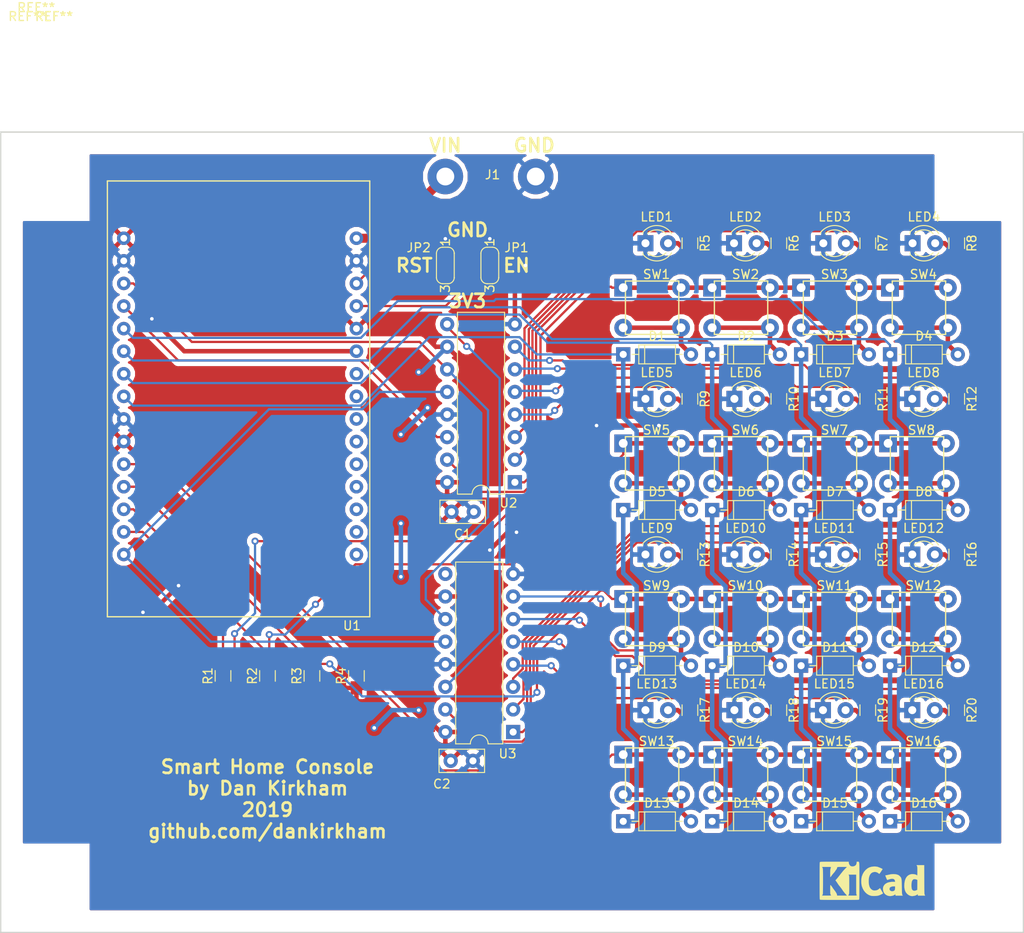
<source format=kicad_pcb>
(kicad_pcb (version 20171130) (host pcbnew "(5.0.1-3-g963ef8bb5)")
  (layers (0 F.Cu signal) (31 B.Cu signal) (34 B.Paste user) (35 F.Paste user) (36 B.SilkS user) (37 F.SilkS user) (38 B.Mask user) (39 F.Mask user) (44 Edge.Cuts user))
  (net 0 "")
  (net 1 "Net-(U1-Pad1)")
  (net 2 "Net-(U1-Pad2)")
  (net 3 "Net-(U1-Pad3)")
  (net 4 "Net-(U1-Pad4)")
  (net 5 "Net-(U1-Pad5)")
  (net 6 "Net-(U1-Pad6)")
  (net 7 "Net-(U1-Pad7)")
  (net 8 "Net-(U1-Pad8)")
  (net 9 "Net-(U1-Pad9)")
  (net 10 +3V3)
  (net 11 GND)
  (net 12 "Net-(J1-Pad2)")
  (net 13 "Net-(JP1-Pad2)")
  (net 14 "Net-(JP2-Pad2)")
  (net 15 "Net-(LED1-Pad2)")
  (net 16 "Net-(LED2-Pad2)")
  (net 17 "Net-(LED3-Pad2)")
  (net 18 "Net-(LED4-Pad2)")
  (net 19 "Net-(LED5-Pad2)")
  (net 20 "Net-(LED6-Pad2)")
  (net 21 "Net-(LED7-Pad2)")
  (net 22 "Net-(LED8-Pad2)")
  (net 23 "Net-(LED9-Pad2)")
  (net 24 "Net-(LED10-Pad2)")
  (net 25 "Net-(LED11-Pad2)")
  (net 26 "Net-(LED12-Pad2)")
  (net 27 "Net-(LED13-Pad2)")
  (net 28 "Net-(LED14-Pad2)")
  (net 29 "Net-(LED15-Pad2)")
  (net 30 "Net-(LED16-Pad2)")
  (net 31 /COL0)
  (net 32 /COL1)
  (net 33 /COL2)
  (net 34 /COL3)
  (net 35 "Net-(R5-Pad1)")
  (net 36 "Net-(R6-Pad1)")
  (net 37 "Net-(R7-Pad1)")
  (net 38 "Net-(R8-Pad1)")
  (net 39 "Net-(R9-Pad1)")
  (net 40 "Net-(R10-Pad1)")
  (net 41 "Net-(R11-Pad1)")
  (net 42 "Net-(R12-Pad1)")
  (net 43 "Net-(R13-Pad1)")
  (net 44 "Net-(R14-Pad1)")
  (net 45 "Net-(R15-Pad1)")
  (net 46 "Net-(R16-Pad1)")
  (net 47 "Net-(R17-Pad1)")
  (net 48 "Net-(R18-Pad1)")
  (net 49 "Net-(R19-Pad1)")
  (net 50 "Net-(R20-Pad1)")
  (net 51 "Net-(D1-Pad2)")
  (net 52 "Net-(D2-Pad2)")
  (net 53 "Net-(D3-Pad2)")
  (net 54 "Net-(D4-Pad2)")
  (net 55 "Net-(D5-Pad2)")
  (net 56 "Net-(D6-Pad2)")
  (net 57 "Net-(D7-Pad2)")
  (net 58 "Net-(D8-Pad2)")
  (net 59 "Net-(D9-Pad2)")
  (net 60 "Net-(D10-Pad2)")
  (net 61 "Net-(D11-Pad2)")
  (net 62 "Net-(D12-Pad2)")
  (net 63 "Net-(D13-Pad2)")
  (net 64 "Net-(D14-Pad2)")
  (net 65 "Net-(D15-Pad2)")
  (net 66 "Net-(D16-Pad2)")
  (net 67 /CLOCK)
  (net 68 /DATA)
  (net 69 /ROW3)
  (net 70 /ROW2)
  (net 71 /ROW1)
  (net 72 /ROW0)
  (net 73 /LATCH)
  (net 74 "Net-(U2-Pad9)")
  (net 75 "Net-(U3-Pad9)")
  (module Mounting_Holes:MountingHole_3.2mm_M3 (layer F.Cu) (at 95 45)
    (fp_text reference REF** (at -2 -18) (layer F.SilkS))
    (fp_text value MountingHole_3.2mm_M3)
    (pad 1 np_thru_hole circle (at 0 0) (size 3.2 3.2) (drill 3.2) (layers *.Cu *.Mask))
  )
  (module Mounting_Holes:MountingHole_3.2mm_M3 (layer F.Cu) (at 95 125)
    (fp_text reference REF** (at 1 -98) (layer F.SilkS))
    (fp_text value MountingHole_3.2mm_M3)
    (pad 1 np_thru_hole circle (at 0 0) (size 3.2 3.2) (drill 3.2) (layers *.Cu *.Mask))
  )
  (module Mounting_Holes:MountingHole_3.2mm_M3 (layer F.Cu) (at 200 125)
    (fp_text reference REF** (at -104 -98) (layer F.SilkS))
    (fp_text value MountingHole_3.2mm_M3)
    (pad 1 np_thru_hole circle (at 0 0) (size 3.2 3.2) (drill 3.2) (layers *.Cu *.Mask))
  )
  (module Mounting_Holes:MountingHole_3.2mm_M3 (layer F.Cu) (at 200 45)
    (fp_text reference REF** (at -106 -19) (layer F.SilkS))
    (fp_text value MountingHole_3.2mm_M3)
    (pad 1 np_thru_hole circle (at 0 0) (size 3.2 3.2) (drill 3.2) (layers *.Cu *.Mask))
  )
  (module Capacitors_THT:C_Disc_D5.0mm_W2.5mm_P2.50mm (layer F.Cu) (at 140.7 82.7)
    (fp_text reference C1 (at 1.25 2.5) (layer F.SilkS))
    (fp_text value 100n)
    (pad 2 thru_hole circle (at 2.5 0) (size 1.6 1.6) (drill 0.8) (layers *.Cu *.Mask) (net 11 GND))
    (pad 1 thru_hole circle (at 0 0) (size 1.6 1.6) (drill 0.8) (layers *.Cu *.Mask) (net 10 +3V3))
  )
  (module Capacitors_THT:C_Disc_D5.0mm_W2.5mm_P2.50mm (layer F.Cu) (at 140.6 110.7)
    (fp_text reference C2 (at -1 2.6) (layer F.SilkS))
    (fp_text value 100n)
    (pad 1 thru_hole circle (at 0 0) (size 1.6 1.6) (drill 0.8) (layers *.Cu *.Mask) (net 10 +3V3))
    (pad 2 thru_hole circle (at 2.5 0) (size 1.6 1.6) (drill 0.8) (layers *.Cu *.Mask) (net 11 GND))
  )
  (module Wire_Connections_Bridges:WireConnection_2.00mmDrill (layer F.Cu) (at 150.16 45 180)
    (fp_text reference J1 (at 4.8514 0.2032 180) (layer F.SilkS))
    (fp_text value Conn_01x02)
    (pad 2 thru_hole circle (at 10.16 0 180) (size 4.0005 4.0005) (drill 1.99898) (layers *.Cu *.Mask) (net 12 "Net-(J1-Pad2)"))
    (pad 1 thru_hole circle (at 0 0 180) (size 4.0005 4.0005) (drill 1.99898) (layers *.Cu *.Mask) (net 11 GND))
  )
  (module Jumper:SolderJumper-3_P1.3mm_Open_RoundedPad1.0x1.5mm_NumberLabels (layer F.Cu) (at 145 55 270)
    (fp_text reference JP1 (at -2 -3) (layer F.SilkS))
    (fp_text value SolderJumper_3_Open)
    (fp_text user 3 (at 2.6 0 270) (layer F.SilkS))
    (fp_text user 1 (at -2.6 0 270) (layer F.SilkS))
    (pad 1 smd custom (at -1.3 0 270) (size 1 0.5) (layers F.Cu F.Mask) (net 11 GND) (options (clearance outline) (anchor rect)) (primitives (gr_circle (center 0 0.25) (end 0.5 0.25) (width 0)) (gr_circle (center 0 -0.25) (end 0.5 -0.25) (width 0)) (gr_poly (pts (xy 0.55 -0.75) (xy 0 -0.75) (xy 0 0.75) (xy 0.55 0.75)) (width 0))))
    (pad 3 smd custom (at 1.3 0 270) (size 1 0.5) (layers F.Cu F.Mask) (net 10 +3V3) (options (clearance outline) (anchor rect)) (primitives (gr_circle (center 0 0.25) (end 0.5 0.25) (width 0)) (gr_circle (center 0 -0.25) (end 0.5 -0.25) (width 0)) (gr_poly (pts (xy -0.55 -0.75) (xy 0 -0.75) (xy 0 0.75) (xy -0.55 0.75)) (width 0))))
    (pad 2 smd rect (at 0 0 270) (size 1 1.5) (layers F.Cu F.Mask) (net 13 "Net-(JP1-Pad2)"))
  )
  (module Jumper:SolderJumper-3_P1.3mm_Open_RoundedPad1.0x1.5mm_NumberLabels (layer F.Cu) (at 140 55 270)
    (fp_text reference JP2 (at -2 3) (layer F.SilkS))
    (fp_text value SolderJumper_3_Open)
    (fp_text user 1 (at -2.6 0 270) (layer F.SilkS))
    (fp_text user 3 (at 2.6 0 270) (layer F.SilkS))
    (pad 2 smd rect (at 0 0 270) (size 1 1.5) (layers F.Cu F.Mask) (net 14 "Net-(JP2-Pad2)"))
    (pad 3 smd custom (at 1.3 0 270) (size 1 0.5) (layers F.Cu F.Mask) (net 10 +3V3) (options (clearance outline) (anchor rect)) (primitives (gr_circle (center 0 0.25) (end 0.5 0.25) (width 0)) (gr_circle (center 0 -0.25) (end 0.5 -0.25) (width 0)) (gr_poly (pts (xy -0.55 -0.75) (xy 0 -0.75) (xy 0 0.75) (xy -0.55 0.75)) (width 0))))
    (pad 1 smd custom (at -1.3 0 270) (size 1 0.5) (layers F.Cu F.Mask) (net 11 GND) (options (clearance outline) (anchor rect)) (primitives (gr_circle (center 0 0.25) (end 0.5 0.25) (width 0)) (gr_circle (center 0 -0.25) (end 0.5 -0.25) (width 0)) (gr_poly (pts (xy 0.55 -0.75) (xy 0 -0.75) (xy 0 0.75) (xy 0.55 0.75)) (width 0))))
  )
  (module LEDs:LED_D3.0mm (layer F.Cu) (at 162.5 52.5)
    (fp_text reference LED1 (at 1.27 -2.96) (layer F.SilkS))
    (fp_text value LED)
    (pad 2 thru_hole circle (at 2.54 0) (size 1.8 1.8) (drill 0.9) (layers *.Cu *.Mask) (net 15 "Net-(LED1-Pad2)"))
    (pad 1 thru_hole rect (at 0 0) (size 1.8 1.8) (drill 0.9) (layers *.Cu *.Mask) (net 11 GND))
  )
  (module LEDs:LED_D3.0mm (layer F.Cu) (at 172.46 52.5)
    (fp_text reference LED2 (at 1.27 -2.96) (layer F.SilkS))
    (fp_text value LED)
    (pad 2 thru_hole circle (at 2.54 0) (size 1.8 1.8) (drill 0.9) (layers *.Cu *.Mask) (net 16 "Net-(LED2-Pad2)"))
    (pad 1 thru_hole rect (at 0 0) (size 1.8 1.8) (drill 0.9) (layers *.Cu *.Mask) (net 11 GND))
  )
  (module LEDs:LED_D3.0mm (layer F.Cu) (at 182.5 52.5)
    (fp_text reference LED3 (at 1.27 -2.96) (layer F.SilkS))
    (fp_text value LED)
    (pad 1 thru_hole rect (at 0 0) (size 1.8 1.8) (drill 0.9) (layers *.Cu *.Mask) (net 11 GND))
    (pad 2 thru_hole circle (at 2.54 0) (size 1.8 1.8) (drill 0.9) (layers *.Cu *.Mask) (net 17 "Net-(LED3-Pad2)"))
  )
  (module LEDs:LED_D3.0mm (layer F.Cu) (at 192.536 52.5)
    (fp_text reference LED4 (at 1.27 -2.96) (layer F.SilkS))
    (fp_text value LED)
    (pad 1 thru_hole rect (at 0 0) (size 1.8 1.8) (drill 0.9) (layers *.Cu *.Mask) (net 11 GND))
    (pad 2 thru_hole circle (at 2.54 0) (size 1.8 1.8) (drill 0.9) (layers *.Cu *.Mask) (net 18 "Net-(LED4-Pad2)"))
  )
  (module LEDs:LED_D3.0mm (layer F.Cu) (at 162.5 70)
    (fp_text reference LED5 (at 1.27 -2.96) (layer F.SilkS))
    (fp_text value LED)
    (pad 1 thru_hole rect (at 0 0) (size 1.8 1.8) (drill 0.9) (layers *.Cu *.Mask) (net 11 GND))
    (pad 2 thru_hole circle (at 2.54 0) (size 1.8 1.8) (drill 0.9) (layers *.Cu *.Mask) (net 19 "Net-(LED5-Pad2)"))
  )
  (module LEDs:LED_D3.0mm (layer F.Cu) (at 172.5 70)
    (fp_text reference LED6 (at 1.27 -2.96) (layer F.SilkS))
    (fp_text value LED)
    (pad 1 thru_hole rect (at 0 0) (size 1.8 1.8) (drill 0.9) (layers *.Cu *.Mask) (net 11 GND))
    (pad 2 thru_hole circle (at 2.54 0) (size 1.8 1.8) (drill 0.9) (layers *.Cu *.Mask) (net 20 "Net-(LED6-Pad2)"))
  )
  (module LEDs:LED_D3.0mm (layer F.Cu) (at 182.5 70)
    (fp_text reference LED7 (at 1.27 -2.96) (layer F.SilkS))
    (fp_text value LED)
    (pad 1 thru_hole rect (at 0 0) (size 1.8 1.8) (drill 0.9) (layers *.Cu *.Mask) (net 11 GND))
    (pad 2 thru_hole circle (at 2.54 0) (size 1.8 1.8) (drill 0.9) (layers *.Cu *.Mask) (net 21 "Net-(LED7-Pad2)"))
  )
  (module LEDs:LED_D3.0mm (layer F.Cu) (at 192.5 70)
    (fp_text reference LED8 (at 1.27 -2.96) (layer F.SilkS))
    (fp_text value LED)
    (pad 2 thru_hole circle (at 2.54 0) (size 1.8 1.8) (drill 0.9) (layers *.Cu *.Mask) (net 22 "Net-(LED8-Pad2)"))
    (pad 1 thru_hole rect (at 0 0) (size 1.8 1.8) (drill 0.9) (layers *.Cu *.Mask) (net 11 GND))
  )
  (module LEDs:LED_D3.0mm (layer F.Cu) (at 162.5 87.5)
    (fp_text reference LED9 (at 1.27 -2.96) (layer F.SilkS))
    (fp_text value LED)
    (pad 1 thru_hole rect (at 0 0) (size 1.8 1.8) (drill 0.9) (layers *.Cu *.Mask) (net 11 GND))
    (pad 2 thru_hole circle (at 2.54 0) (size 1.8 1.8) (drill 0.9) (layers *.Cu *.Mask) (net 23 "Net-(LED9-Pad2)"))
  )
  (module LEDs:LED_D3.0mm (layer F.Cu) (at 172.5 87.5)
    (fp_text reference LED10 (at 1.27 -2.96) (layer F.SilkS))
    (fp_text value LED)
    (pad 1 thru_hole rect (at 0 0) (size 1.8 1.8) (drill 0.9) (layers *.Cu *.Mask) (net 11 GND))
    (pad 2 thru_hole circle (at 2.54 0) (size 1.8 1.8) (drill 0.9) (layers *.Cu *.Mask) (net 24 "Net-(LED10-Pad2)"))
  )
  (module LEDs:LED_D3.0mm (layer F.Cu) (at 182.46 87.5)
    (fp_text reference LED11 (at 1.27 -2.96) (layer F.SilkS))
    (fp_text value LED)
    (pad 1 thru_hole rect (at 0 0) (size 1.8 1.8) (drill 0.9) (layers *.Cu *.Mask) (net 11 GND))
    (pad 2 thru_hole circle (at 2.54 0) (size 1.8 1.8) (drill 0.9) (layers *.Cu *.Mask) (net 25 "Net-(LED11-Pad2)"))
  )
  (module LEDs:LED_D3.0mm (layer F.Cu) (at 192.5 87.5)
    (fp_text reference LED12 (at 1.27 -2.96) (layer F.SilkS))
    (fp_text value LED)
    (pad 2 thru_hole circle (at 2.54 0) (size 1.8 1.8) (drill 0.9) (layers *.Cu *.Mask) (net 26 "Net-(LED12-Pad2)"))
    (pad 1 thru_hole rect (at 0 0) (size 1.8 1.8) (drill 0.9) (layers *.Cu *.Mask) (net 11 GND))
  )
  (module LEDs:LED_D3.0mm (layer F.Cu) (at 162.5 105)
    (fp_text reference LED13 (at 1.27 -2.96) (layer F.SilkS))
    (fp_text value LED)
    (pad 2 thru_hole circle (at 2.54 0) (size 1.8 1.8) (drill 0.9) (layers *.Cu *.Mask) (net 27 "Net-(LED13-Pad2)"))
    (pad 1 thru_hole rect (at 0 0) (size 1.8 1.8) (drill 0.9) (layers *.Cu *.Mask) (net 11 GND))
  )
  (module LEDs:LED_D3.0mm (layer F.Cu) (at 172.5 105)
    (fp_text reference LED14 (at 1.27 -2.96) (layer F.SilkS))
    (fp_text value LED)
    (pad 2 thru_hole circle (at 2.54 0) (size 1.8 1.8) (drill 0.9) (layers *.Cu *.Mask) (net 28 "Net-(LED14-Pad2)"))
    (pad 1 thru_hole rect (at 0 0) (size 1.8 1.8) (drill 0.9) (layers *.Cu *.Mask) (net 11 GND))
  )
  (module LEDs:LED_D3.0mm (layer F.Cu) (at 182.46 105)
    (fp_text reference LED15 (at 1.27 -2.96) (layer F.SilkS))
    (fp_text value LED)
    (pad 2 thru_hole circle (at 2.54 0) (size 1.8 1.8) (drill 0.9) (layers *.Cu *.Mask) (net 29 "Net-(LED15-Pad2)"))
    (pad 1 thru_hole rect (at 0 0) (size 1.8 1.8) (drill 0.9) (layers *.Cu *.Mask) (net 11 GND))
  )
  (module LEDs:LED_D3.0mm (layer F.Cu) (at 192.5 105)
    (fp_text reference LED16 (at 1.27 -2.96) (layer F.SilkS))
    (fp_text value LED)
    (pad 2 thru_hole circle (at 2.54 0) (size 1.8 1.8) (drill 0.9) (layers *.Cu *.Mask) (net 30 "Net-(LED16-Pad2)"))
    (pad 1 thru_hole rect (at 0 0) (size 1.8 1.8) (drill 0.9) (layers *.Cu *.Mask) (net 11 GND))
  )
  (module Resistors_SMD:R_0805_HandSoldering (layer F.Cu) (at 115 101.15 90)
    (fp_text reference R1 (at 0 -1.7 90) (layer F.SilkS))
    (fp_text value 1.8k)
    (pad 2 smd rect (at 1.35 0 90) (size 1.5 1.3) (layers F.Cu F.Paste F.Mask) (net 31 /COL0))
    (pad 1 smd rect (at -1.35 0 90) (size 1.5 1.3) (layers F.Cu F.Paste F.Mask) (net 10 +3V3))
  )
  (module Resistors_SMD:R_0805_HandSoldering (layer F.Cu) (at 120 101.15 90)
    (fp_text reference R2 (at 0 -1.7 90) (layer F.SilkS))
    (fp_text value 1.8k)
    (pad 1 smd rect (at -1.35 0 90) (size 1.5 1.3) (layers F.Cu F.Paste F.Mask) (net 10 +3V3))
    (pad 2 smd rect (at 1.35 0 90) (size 1.5 1.3) (layers F.Cu F.Paste F.Mask) (net 32 /COL1))
  )
  (module Resistors_SMD:R_0805_HandSoldering (layer F.Cu) (at 125 101.15 90)
    (fp_text reference R3 (at 0 -1.7 90) (layer F.SilkS))
    (fp_text value 1.8k)
    (pad 1 smd rect (at -1.35 0 90) (size 1.5 1.3) (layers F.Cu F.Paste F.Mask) (net 10 +3V3))
    (pad 2 smd rect (at 1.35 0 90) (size 1.5 1.3) (layers F.Cu F.Paste F.Mask) (net 33 /COL2))
  )
  (module Resistors_SMD:R_0805_HandSoldering (layer F.Cu) (at 130 101.15 90)
    (fp_text reference R4 (at 0 -1.7 90) (layer F.SilkS))
    (fp_text value 1.8k)
    (pad 1 smd rect (at -1.35 0 90) (size 1.5 1.3) (layers F.Cu F.Paste F.Mask) (net 10 +3V3))
    (pad 2 smd rect (at 1.35 0 90) (size 1.5 1.3) (layers F.Cu F.Paste F.Mask) (net 34 /COL3))
  )
  (module Resistors_SMD:R_0805_HandSoldering (layer F.Cu) (at 167.5 52.5 270)
    (fp_text reference R5 (at 0 -1.7 270) (layer F.SilkS))
    (fp_text value 330)
    (pad 1 smd rect (at -1.35 0 270) (size 1.5 1.3) (layers F.Cu F.Paste F.Mask) (net 35 "Net-(R5-Pad1)"))
    (pad 2 smd rect (at 1.35 0 270) (size 1.5 1.3) (layers F.Cu F.Paste F.Mask) (net 15 "Net-(LED1-Pad2)"))
  )
  (module Resistors_SMD:R_0805_HandSoldering (layer F.Cu) (at 177.5 52.5 270)
    (fp_text reference R6 (at 0 -1.7 270) (layer F.SilkS))
    (fp_text value 330)
    (pad 2 smd rect (at 1.35 0 270) (size 1.5 1.3) (layers F.Cu F.Paste F.Mask) (net 16 "Net-(LED2-Pad2)"))
    (pad 1 smd rect (at -1.35 0 270) (size 1.5 1.3) (layers F.Cu F.Paste F.Mask) (net 36 "Net-(R6-Pad1)"))
  )
  (module Resistors_SMD:R_0805_HandSoldering (layer F.Cu) (at 187.5 52.5 270)
    (fp_text reference R7 (at 0 -1.7 270) (layer F.SilkS))
    (fp_text value 330)
    (pad 2 smd rect (at 1.35 0 270) (size 1.5 1.3) (layers F.Cu F.Paste F.Mask) (net 17 "Net-(LED3-Pad2)"))
    (pad 1 smd rect (at -1.35 0 270) (size 1.5 1.3) (layers F.Cu F.Paste F.Mask) (net 37 "Net-(R7-Pad1)"))
  )
  (module Resistors_SMD:R_0805_HandSoldering (layer F.Cu) (at 197.5 52.5 270)
    (fp_text reference R8 (at 0 -1.7 270) (layer F.SilkS))
    (fp_text value 330)
    (pad 2 smd rect (at 1.35 0 270) (size 1.5 1.3) (layers F.Cu F.Paste F.Mask) (net 18 "Net-(LED4-Pad2)"))
    (pad 1 smd rect (at -1.35 0 270) (size 1.5 1.3) (layers F.Cu F.Paste F.Mask) (net 38 "Net-(R8-Pad1)"))
  )
  (module Resistors_SMD:R_0805_HandSoldering (layer F.Cu) (at 167.5 70 270)
    (fp_text reference R9 (at 0 -1.7 270) (layer F.SilkS))
    (fp_text value 330)
    (pad 1 smd rect (at -1.35 0 270) (size 1.5 1.3) (layers F.Cu F.Paste F.Mask) (net 39 "Net-(R9-Pad1)"))
    (pad 2 smd rect (at 1.35 0 270) (size 1.5 1.3) (layers F.Cu F.Paste F.Mask) (net 19 "Net-(LED5-Pad2)"))
  )
  (module Resistors_SMD:R_0805_HandSoldering (layer F.Cu) (at 177.5 70 270)
    (fp_text reference R10 (at 0 -1.7 270) (layer F.SilkS))
    (fp_text value 330)
    (pad 2 smd rect (at 1.35 0 270) (size 1.5 1.3) (layers F.Cu F.Paste F.Mask) (net 20 "Net-(LED6-Pad2)"))
    (pad 1 smd rect (at -1.35 0 270) (size 1.5 1.3) (layers F.Cu F.Paste F.Mask) (net 40 "Net-(R10-Pad1)"))
  )
  (module Resistors_SMD:R_0805_HandSoldering (layer F.Cu) (at 187.5 70 270)
    (fp_text reference R11 (at 0 -1.7 270) (layer F.SilkS))
    (fp_text value 330)
    (pad 1 smd rect (at -1.35 0 270) (size 1.5 1.3) (layers F.Cu F.Paste F.Mask) (net 41 "Net-(R11-Pad1)"))
    (pad 2 smd rect (at 1.35 0 270) (size 1.5 1.3) (layers F.Cu F.Paste F.Mask) (net 21 "Net-(LED7-Pad2)"))
  )
  (module Resistors_SMD:R_0805_HandSoldering (layer F.Cu) (at 197.5 70 270)
    (fp_text reference R12 (at 0 -1.7 270) (layer F.SilkS))
    (fp_text value 330)
    (pad 1 smd rect (at -1.35 0 270) (size 1.5 1.3) (layers F.Cu F.Paste F.Mask) (net 42 "Net-(R12-Pad1)"))
    (pad 2 smd rect (at 1.35 0 270) (size 1.5 1.3) (layers F.Cu F.Paste F.Mask) (net 22 "Net-(LED8-Pad2)"))
  )
  (module Resistors_SMD:R_0805_HandSoldering (layer F.Cu) (at 167.5 87.5 270)
    (fp_text reference R13 (at 0 -1.7 270) (layer F.SilkS))
    (fp_text value 330)
    (pad 2 smd rect (at 1.35 0 270) (size 1.5 1.3) (layers F.Cu F.Paste F.Mask) (net 23 "Net-(LED9-Pad2)"))
    (pad 1 smd rect (at -1.35 0 270) (size 1.5 1.3) (layers F.Cu F.Paste F.Mask) (net 43 "Net-(R13-Pad1)"))
  )
  (module Resistors_SMD:R_0805_HandSoldering (layer F.Cu) (at 177.5 87.5 270)
    (fp_text reference R14 (at 0 -1.7 270) (layer F.SilkS))
    (fp_text value 330)
    (pad 2 smd rect (at 1.35 0 270) (size 1.5 1.3) (layers F.Cu F.Paste F.Mask) (net 24 "Net-(LED10-Pad2)"))
    (pad 1 smd rect (at -1.35 0 270) (size 1.5 1.3) (layers F.Cu F.Paste F.Mask) (net 44 "Net-(R14-Pad1)"))
  )
  (module Resistors_SMD:R_0805_HandSoldering (layer F.Cu) (at 187.5 87.5 270)
    (fp_text reference R15 (at 0 -1.7 270) (layer F.SilkS))
    (fp_text value 330)
    (pad 2 smd rect (at 1.35 0 270) (size 1.5 1.3) (layers F.Cu F.Paste F.Mask) (net 25 "Net-(LED11-Pad2)"))
    (pad 1 smd rect (at -1.35 0 270) (size 1.5 1.3) (layers F.Cu F.Paste F.Mask) (net 45 "Net-(R15-Pad1)"))
  )
  (module Resistors_SMD:R_0805_HandSoldering (layer F.Cu) (at 197.5 87.5 270)
    (fp_text reference R16 (at 0 -1.7 270) (layer F.SilkS))
    (fp_text value 330)
    (pad 2 smd rect (at 1.35 0 270) (size 1.5 1.3) (layers F.Cu F.Paste F.Mask) (net 26 "Net-(LED12-Pad2)"))
    (pad 1 smd rect (at -1.35 0 270) (size 1.5 1.3) (layers F.Cu F.Paste F.Mask) (net 46 "Net-(R16-Pad1)"))
  )
  (module Resistors_SMD:R_0805_HandSoldering (layer F.Cu) (at 167.5 105 270)
    (fp_text reference R17 (at 0 -1.7 270) (layer F.SilkS))
    (fp_text value 330)
    (pad 1 smd rect (at -1.35 0 270) (size 1.5 1.3) (layers F.Cu F.Paste F.Mask) (net 47 "Net-(R17-Pad1)"))
    (pad 2 smd rect (at 1.35 0 270) (size 1.5 1.3) (layers F.Cu F.Paste F.Mask) (net 27 "Net-(LED13-Pad2)"))
  )
  (module Resistors_SMD:R_0805_HandSoldering (layer F.Cu) (at 177.5 105 270)
    (fp_text reference R18 (at 0 -1.7 270) (layer F.SilkS))
    (fp_text value 330)
    (pad 1 smd rect (at -1.35 0 270) (size 1.5 1.3) (layers F.Cu F.Paste F.Mask) (net 48 "Net-(R18-Pad1)"))
    (pad 2 smd rect (at 1.35 0 270) (size 1.5 1.3) (layers F.Cu F.Paste F.Mask) (net 28 "Net-(LED14-Pad2)"))
  )
  (module Resistors_SMD:R_0805_HandSoldering (layer F.Cu) (at 187.5 105 270)
    (fp_text reference R19 (at 0 -1.7 270) (layer F.SilkS))
    (fp_text value 330)
    (pad 1 smd rect (at -1.35 0 270) (size 1.5 1.3) (layers F.Cu F.Paste F.Mask) (net 49 "Net-(R19-Pad1)"))
    (pad 2 smd rect (at 1.35 0 270) (size 1.5 1.3) (layers F.Cu F.Paste F.Mask) (net 29 "Net-(LED15-Pad2)"))
  )
  (module Resistors_SMD:R_0805_HandSoldering (layer F.Cu) (at 197.5 105 270)
    (fp_text reference R20 (at 0 -1.7 270) (layer F.SilkS))
    (fp_text value 330)
    (pad 2 smd rect (at 1.35 0 270) (size 1.5 1.3) (layers F.Cu F.Paste F.Mask) (net 30 "Net-(LED16-Pad2)"))
    (pad 1 smd rect (at -1.35 0 270) (size 1.5 1.3) (layers F.Cu F.Paste F.Mask) (net 50 "Net-(R20-Pad1)"))
  )
  (module HandheldGameFootprints:1825910-6 (layer F.Cu) (at 160 57.5)
    (fp_text reference SW1 (at 3.75 -1.5) (layer F.SilkS))
    (fp_text value 1825910-6)
    (pad 1 thru_hole rect (at 0 0) (size 2 2) (drill 0.99) (layers *.Cu *.Mask) (net 31 /COL0))
    (pad 2 thru_hole circle (at 6.5 0) (size 2 2) (drill 0.99) (layers *.Cu *.Mask) (net 31 /COL0))
    (pad 3 thru_hole circle (at 0 4.5) (size 2 2) (drill 0.99) (layers *.Cu *.Mask) (net 51 "Net-(D1-Pad2)"))
    (pad 4 thru_hole circle (at 6.5 4.5) (size 2 2) (drill 0.99) (layers *.Cu *.Mask) (net 51 "Net-(D1-Pad2)"))
  )
  (module HandheldGameFootprints:1825910-6 (layer F.Cu) (at 170 57.5)
    (fp_text reference SW2 (at 3.75 -1.5) (layer F.SilkS))
    (fp_text value 1825910-6)
    (pad 4 thru_hole circle (at 6.5 4.5) (size 2 2) (drill 0.99) (layers *.Cu *.Mask) (net 52 "Net-(D2-Pad2)"))
    (pad 3 thru_hole circle (at 0 4.5) (size 2 2) (drill 0.99) (layers *.Cu *.Mask) (net 52 "Net-(D2-Pad2)"))
    (pad 2 thru_hole circle (at 6.5 0) (size 2 2) (drill 0.99) (layers *.Cu *.Mask) (net 31 /COL0))
    (pad 1 thru_hole rect (at 0 0) (size 2 2) (drill 0.99) (layers *.Cu *.Mask) (net 31 /COL0))
  )
  (module HandheldGameFootprints:1825910-6 (layer F.Cu) (at 180 57.5)
    (fp_text reference SW3 (at 3.75 -1.5) (layer F.SilkS))
    (fp_text value 1825910-6)
    (pad 1 thru_hole rect (at 0 0) (size 2 2) (drill 0.99) (layers *.Cu *.Mask) (net 31 /COL0))
    (pad 2 thru_hole circle (at 6.5 0) (size 2 2) (drill 0.99) (layers *.Cu *.Mask) (net 31 /COL0))
    (pad 3 thru_hole circle (at 0 4.5) (size 2 2) (drill 0.99) (layers *.Cu *.Mask) (net 53 "Net-(D3-Pad2)"))
    (pad 4 thru_hole circle (at 6.5 4.5) (size 2 2) (drill 0.99) (layers *.Cu *.Mask) (net 53 "Net-(D3-Pad2)"))
  )
  (module HandheldGameFootprints:1825910-6 (layer F.Cu) (at 190 57.5)
    (fp_text reference SW4 (at 3.75 -1.5) (layer F.SilkS))
    (fp_text value 1825910-6)
    (pad 4 thru_hole circle (at 6.5 4.5) (size 2 2) (drill 0.99) (layers *.Cu *.Mask) (net 54 "Net-(D4-Pad2)"))
    (pad 3 thru_hole circle (at 0 4.5) (size 2 2) (drill 0.99) (layers *.Cu *.Mask) (net 54 "Net-(D4-Pad2)"))
    (pad 2 thru_hole circle (at 6.5 0) (size 2 2) (drill 0.99) (layers *.Cu *.Mask) (net 31 /COL0))
    (pad 1 thru_hole rect (at 0 0) (size 2 2) (drill 0.99) (layers *.Cu *.Mask) (net 31 /COL0))
  )
  (module HandheldGameFootprints:1825910-6 (layer F.Cu) (at 160 75)
    (fp_text reference SW5 (at 3.75 -1.5) (layer F.SilkS))
    (fp_text value 1825910-6)
    (pad 1 thru_hole rect (at 0 0) (size 2 2) (drill 0.99) (layers *.Cu *.Mask) (net 32 /COL1))
    (pad 2 thru_hole circle (at 6.5 0) (size 2 2) (drill 0.99) (layers *.Cu *.Mask) (net 32 /COL1))
    (pad 3 thru_hole circle (at 0 4.5) (size 2 2) (drill 0.99) (layers *.Cu *.Mask) (net 55 "Net-(D5-Pad2)"))
    (pad 4 thru_hole circle (at 6.5 4.5) (size 2 2) (drill 0.99) (layers *.Cu *.Mask) (net 55 "Net-(D5-Pad2)"))
  )
  (module HandheldGameFootprints:1825910-6 (layer F.Cu) (at 170 75)
    (fp_text reference SW6 (at 3.75 -1.5) (layer F.SilkS))
    (fp_text value 1825910-6)
    (pad 4 thru_hole circle (at 6.5 4.5) (size 2 2) (drill 0.99) (layers *.Cu *.Mask) (net 56 "Net-(D6-Pad2)"))
    (pad 3 thru_hole circle (at 0 4.5) (size 2 2) (drill 0.99) (layers *.Cu *.Mask) (net 56 "Net-(D6-Pad2)"))
    (pad 2 thru_hole circle (at 6.5 0) (size 2 2) (drill 0.99) (layers *.Cu *.Mask) (net 32 /COL1))
    (pad 1 thru_hole rect (at 0 0) (size 2 2) (drill 0.99) (layers *.Cu *.Mask) (net 32 /COL1))
  )
  (module HandheldGameFootprints:1825910-6 (layer F.Cu) (at 180 75)
    (fp_text reference SW7 (at 3.75 -1.5) (layer F.SilkS))
    (fp_text value 1825910-6)
    (pad 1 thru_hole rect (at 0 0) (size 2 2) (drill 0.99) (layers *.Cu *.Mask) (net 32 /COL1))
    (pad 2 thru_hole circle (at 6.5 0) (size 2 2) (drill 0.99) (layers *.Cu *.Mask) (net 32 /COL1))
    (pad 3 thru_hole circle (at 0 4.5) (size 2 2) (drill 0.99) (layers *.Cu *.Mask) (net 57 "Net-(D7-Pad2)"))
    (pad 4 thru_hole circle (at 6.5 4.5) (size 2 2) (drill 0.99) (layers *.Cu *.Mask) (net 57 "Net-(D7-Pad2)"))
  )
  (module HandheldGameFootprints:1825910-6 (layer F.Cu) (at 189.7825 75)
    (fp_text reference SW8 (at 3.75 -1.5) (layer F.SilkS))
    (fp_text value 1825910-6)
    (pad 4 thru_hole circle (at 6.5 4.5) (size 2 2) (drill 0.99) (layers *.Cu *.Mask) (net 58 "Net-(D8-Pad2)"))
    (pad 3 thru_hole circle (at 0 4.5) (size 2 2) (drill 0.99) (layers *.Cu *.Mask) (net 58 "Net-(D8-Pad2)"))
    (pad 2 thru_hole circle (at 6.5 0) (size 2 2) (drill 0.99) (layers *.Cu *.Mask) (net 32 /COL1))
    (pad 1 thru_hole rect (at 0 0) (size 2 2) (drill 0.99) (layers *.Cu *.Mask) (net 32 /COL1))
  )
  (module HandheldGameFootprints:1825910-6 (layer F.Cu) (at 160 92.5)
    (fp_text reference SW9 (at 3.75 -1.5) (layer F.SilkS))
    (fp_text value 1825910-6)
    (pad 1 thru_hole rect (at 0 0) (size 2 2) (drill 0.99) (layers *.Cu *.Mask) (net 33 /COL2))
    (pad 2 thru_hole circle (at 6.5 0) (size 2 2) (drill 0.99) (layers *.Cu *.Mask) (net 33 /COL2))
    (pad 3 thru_hole circle (at 0 4.5) (size 2 2) (drill 0.99) (layers *.Cu *.Mask) (net 59 "Net-(D9-Pad2)"))
    (pad 4 thru_hole circle (at 6.5 4.5) (size 2 2) (drill 0.99) (layers *.Cu *.Mask) (net 59 "Net-(D9-Pad2)"))
  )
  (module HandheldGameFootprints:1825910-6 (layer F.Cu) (at 170 92.5)
    (fp_text reference SW10 (at 3.75 -1.5) (layer F.SilkS))
    (fp_text value 1825910-6)
    (pad 4 thru_hole circle (at 6.5 4.5) (size 2 2) (drill 0.99) (layers *.Cu *.Mask) (net 60 "Net-(D10-Pad2)"))
    (pad 3 thru_hole circle (at 0 4.5) (size 2 2) (drill 0.99) (layers *.Cu *.Mask) (net 60 "Net-(D10-Pad2)"))
    (pad 2 thru_hole circle (at 6.5 0) (size 2 2) (drill 0.99) (layers *.Cu *.Mask) (net 33 /COL2))
    (pad 1 thru_hole rect (at 0 0) (size 2 2) (drill 0.99) (layers *.Cu *.Mask) (net 33 /COL2))
  )
  (module HandheldGameFootprints:1825910-6 (layer F.Cu) (at 180 92.5)
    (fp_text reference SW11 (at 3.75 -1.5) (layer F.SilkS))
    (fp_text value 1825910-6)
    (pad 1 thru_hole rect (at 0 0) (size 2 2) (drill 0.99) (layers *.Cu *.Mask) (net 33 /COL2))
    (pad 2 thru_hole circle (at 6.5 0) (size 2 2) (drill 0.99) (layers *.Cu *.Mask) (net 33 /COL2))
    (pad 3 thru_hole circle (at 0 4.5) (size 2 2) (drill 0.99) (layers *.Cu *.Mask) (net 61 "Net-(D11-Pad2)"))
    (pad 4 thru_hole circle (at 6.5 4.5) (size 2 2) (drill 0.99) (layers *.Cu *.Mask) (net 61 "Net-(D11-Pad2)"))
  )
  (module HandheldGameFootprints:1825910-6 (layer F.Cu) (at 190 92.5)
    (fp_text reference SW12 (at 3.75 -1.5) (layer F.SilkS))
    (fp_text value 1825910-6)
    (pad 4 thru_hole circle (at 6.5 4.5) (size 2 2) (drill 0.99) (layers *.Cu *.Mask) (net 62 "Net-(D12-Pad2)"))
    (pad 3 thru_hole circle (at 0 4.5) (size 2 2) (drill 0.99) (layers *.Cu *.Mask) (net 62 "Net-(D12-Pad2)"))
    (pad 2 thru_hole circle (at 6.5 0) (size 2 2) (drill 0.99) (layers *.Cu *.Mask) (net 33 /COL2))
    (pad 1 thru_hole rect (at 0 0) (size 2 2) (drill 0.99) (layers *.Cu *.Mask) (net 33 /COL2))
  )
  (module HandheldGameFootprints:1825910-6 (layer F.Cu) (at 160 110)
    (fp_text reference SW13 (at 3.75 -1.5) (layer F.SilkS))
    (fp_text value 1825910-6)
    (pad 4 thru_hole circle (at 6.5 4.5) (size 2 2) (drill 0.99) (layers *.Cu *.Mask) (net 63 "Net-(D13-Pad2)"))
    (pad 3 thru_hole circle (at 0 4.5) (size 2 2) (drill 0.99) (layers *.Cu *.Mask) (net 63 "Net-(D13-Pad2)"))
    (pad 2 thru_hole circle (at 6.5 0) (size 2 2) (drill 0.99) (layers *.Cu *.Mask) (net 34 /COL3))
    (pad 1 thru_hole rect (at 0 0) (size 2 2) (drill 0.99) (layers *.Cu *.Mask) (net 34 /COL3))
  )
  (module HandheldGameFootprints:1825910-6 (layer F.Cu) (at 170 110)
    (fp_text reference SW14 (at 3.75 -1.5) (layer F.SilkS))
    (fp_text value 1825910-6)
    (pad 1 thru_hole rect (at 0 0) (size 2 2) (drill 0.99) (layers *.Cu *.Mask) (net 34 /COL3))
    (pad 2 thru_hole circle (at 6.5 0) (size 2 2) (drill 0.99) (layers *.Cu *.Mask) (net 34 /COL3))
    (pad 3 thru_hole circle (at 0 4.5) (size 2 2) (drill 0.99) (layers *.Cu *.Mask) (net 64 "Net-(D14-Pad2)"))
    (pad 4 thru_hole circle (at 6.5 4.5) (size 2 2) (drill 0.99) (layers *.Cu *.Mask) (net 64 "Net-(D14-Pad2)"))
  )
  (module HandheldGameFootprints:1825910-6 (layer F.Cu) (at 180 110)
    (fp_text reference SW15 (at 3.75 -1.5) (layer F.SilkS))
    (fp_text value 1825910-6)
    (pad 4 thru_hole circle (at 6.5 4.5) (size 2 2) (drill 0.99) (layers *.Cu *.Mask) (net 65 "Net-(D15-Pad2)"))
    (pad 3 thru_hole circle (at 0 4.5) (size 2 2) (drill 0.99) (layers *.Cu *.Mask) (net 65 "Net-(D15-Pad2)"))
    (pad 2 thru_hole circle (at 6.5 0) (size 2 2) (drill 0.99) (layers *.Cu *.Mask) (net 34 /COL3))
    (pad 1 thru_hole rect (at 0 0) (size 2 2) (drill 0.99) (layers *.Cu *.Mask) (net 34 /COL3))
  )
  (module HandheldGameFootprints:1825910-6 (layer F.Cu) (at 190 110)
    (fp_text reference SW16 (at 3.75 -1.5) (layer F.SilkS))
    (fp_text value 1825910-6)
    (pad 1 thru_hole rect (at 0 0) (size 2 2) (drill 0.99) (layers *.Cu *.Mask) (net 34 /COL3))
    (pad 2 thru_hole circle (at 6.5 0) (size 2 2) (drill 0.99) (layers *.Cu *.Mask) (net 34 /COL3))
    (pad 3 thru_hole circle (at 0 4.5) (size 2 2) (drill 0.99) (layers *.Cu *.Mask) (net 66 "Net-(D16-Pad2)"))
    (pad 4 thru_hole circle (at 6.5 4.5) (size 2 2) (drill 0.99) (layers *.Cu *.Mask) (net 66 "Net-(D16-Pad2)"))
  )
  (module Housings_DIP:DIP-16_W7.62mm (layer F.Cu) (at 147.82 79.38 180)
    (fp_text reference U2 (at 0.72 -2.33 180) (layer F.SilkS))
    (fp_text value 74HC595)
    (pad 16 thru_hole oval (at 7.62 0 180) (size 1.6 1.6) (drill 0.8) (layers *.Cu *.Mask) (net 10 +3V3))
    (pad 8 thru_hole oval (at 0 17.78 180) (size 1.6 1.6) (drill 0.8) (layers *.Cu *.Mask) (net 11 GND))
    (pad 15 thru_hole oval (at 7.62 2.54 180) (size 1.6 1.6) (drill 0.8) (layers *.Cu *.Mask) (net 35 "Net-(R5-Pad1)"))
    (pad 7 thru_hole oval (at 0 15.24 180) (size 1.6 1.6) (drill 0.8) (layers *.Cu *.Mask) (net 42 "Net-(R12-Pad1)"))
    (pad 14 thru_hole oval (at 7.62 5.08 180) (size 1.6 1.6) (drill 0.8) (layers *.Cu *.Mask) (net 68 /DATA))
    (pad 6 thru_hole oval (at 0 12.7 180) (size 1.6 1.6) (drill 0.8) (layers *.Cu *.Mask) (net 41 "Net-(R11-Pad1)"))
    (pad 13 thru_hole oval (at 7.62 7.62 180) (size 1.6 1.6) (drill 0.8) (layers *.Cu *.Mask) (net 11 GND))
    (pad 5 thru_hole oval (at 0 10.16 180) (size 1.6 1.6) (drill 0.8) (layers *.Cu *.Mask) (net 40 "Net-(R10-Pad1)"))
    (pad 12 thru_hole oval (at 7.62 10.16 180) (size 1.6 1.6) (drill 0.8) (layers *.Cu *.Mask) (net 73 /LATCH))
    (pad 4 thru_hole oval (at 0 7.62 180) (size 1.6 1.6) (drill 0.8) (layers *.Cu *.Mask) (net 39 "Net-(R9-Pad1)"))
    (pad 11 thru_hole oval (at 7.62 12.7 180) (size 1.6 1.6) (drill 0.8) (layers *.Cu *.Mask) (net 67 /CLOCK))
    (pad 3 thru_hole oval (at 0 5.08 180) (size 1.6 1.6) (drill 0.8) (layers *.Cu *.Mask) (net 38 "Net-(R8-Pad1)"))
    (pad 10 thru_hole oval (at 7.62 15.24 180) (size 1.6 1.6) (drill 0.8) (layers *.Cu *.Mask) (net 10 +3V3))
    (pad 2 thru_hole oval (at 0 2.54 180) (size 1.6 1.6) (drill 0.8) (layers *.Cu *.Mask) (net 37 "Net-(R7-Pad1)"))
    (pad 9 thru_hole oval (at 7.62 17.78 180) (size 1.6 1.6) (drill 0.8) (layers *.Cu *.Mask) (net 74 "Net-(U2-Pad9)"))
    (pad 1 thru_hole rect (at 0 0 180) (size 1.6 1.6) (drill 0.8) (layers *.Cu *.Mask) (net 36 "Net-(R6-Pad1)"))
  )
  (module Housings_DIP:DIP-16_W7.62mm (layer F.Cu) (at 147.62 107.46 180)
    (fp_text reference U3 (at 0.62 -2.44 180) (layer F.SilkS))
    (fp_text value 74HC595)
    (pad 1 thru_hole rect (at 0 0 180) (size 1.6 1.6) (drill 0.8) (layers *.Cu *.Mask) (net 44 "Net-(R14-Pad1)"))
    (pad 9 thru_hole oval (at 7.62 17.78 180) (size 1.6 1.6) (drill 0.8) (layers *.Cu *.Mask) (net 75 "Net-(U3-Pad9)"))
    (pad 2 thru_hole oval (at 0 2.54 180) (size 1.6 1.6) (drill 0.8) (layers *.Cu *.Mask) (net 45 "Net-(R15-Pad1)"))
    (pad 10 thru_hole oval (at 7.62 15.24 180) (size 1.6 1.6) (drill 0.8) (layers *.Cu *.Mask) (net 10 +3V3))
    (pad 3 thru_hole oval (at 0 5.08 180) (size 1.6 1.6) (drill 0.8) (layers *.Cu *.Mask) (net 46 "Net-(R16-Pad1)"))
    (pad 11 thru_hole oval (at 7.62 12.7 180) (size 1.6 1.6) (drill 0.8) (layers *.Cu *.Mask) (net 67 /CLOCK))
    (pad 4 thru_hole oval (at 0 7.62 180) (size 1.6 1.6) (drill 0.8) (layers *.Cu *.Mask) (net 47 "Net-(R17-Pad1)"))
    (pad 12 thru_hole oval (at 7.62 10.16 180) (size 1.6 1.6) (drill 0.8) (layers *.Cu *.Mask) (net 73 /LATCH))
    (pad 5 thru_hole oval (at 0 10.16 180) (size 1.6 1.6) (drill 0.8) (layers *.Cu *.Mask) (net 48 "Net-(R18-Pad1)"))
    (pad 13 thru_hole oval (at 7.62 7.62 180) (size 1.6 1.6) (drill 0.8) (layers *.Cu *.Mask) (net 11 GND))
    (pad 6 thru_hole oval (at 0 12.7 180) (size 1.6 1.6) (drill 0.8) (layers *.Cu *.Mask) (net 49 "Net-(R19-Pad1)"))
    (pad 14 thru_hole oval (at 7.62 5.08 180) (size 1.6 1.6) (drill 0.8) (layers *.Cu *.Mask) (net 74 "Net-(U2-Pad9)"))
    (pad 7 thru_hole oval (at 0 15.24 180) (size 1.6 1.6) (drill 0.8) (layers *.Cu *.Mask) (net 50 "Net-(R20-Pad1)"))
    (pad 15 thru_hole oval (at 7.62 2.54 180) (size 1.6 1.6) (drill 0.8) (layers *.Cu *.Mask) (net 43 "Net-(R13-Pad1)"))
    (pad 8 thru_hole oval (at 0 17.78 180) (size 1.6 1.6) (drill 0.8) (layers *.Cu *.Mask) (net 11 GND))
    (pad 16 thru_hole oval (at 7.62 0 180) (size 1.6 1.6) (drill 0.8) (layers *.Cu *.Mask) (net 10 +3V3))
  )
  (module Footprints:NodeMCUV2 (layer F.Cu) (at 130 87.5 180)
    (fp_text reference U1 (at 0.5 -8 180) (layer F.SilkS))
    (fp_text value NodeMCU)
    (pad 1 thru_hole circle (at 0 0 180) (size 1.524 1.524) (drill 0.762) (layers *.Cu *.Mask) (net 1 "Net-(U1-Pad1)"))
    (pad 2 thru_hole circle (at 0 2.54 180) (size 1.524 1.524) (drill 0.762) (layers *.Cu *.Mask) (net 2 "Net-(U1-Pad2)"))
    (pad 3 thru_hole circle (at 0 5.08 180) (size 1.524 1.524) (drill 0.762) (layers *.Cu *.Mask) (net 3 "Net-(U1-Pad3)"))
    (pad 4 thru_hole circle (at 0 7.62 180) (size 1.524 1.524) (drill 0.762) (layers *.Cu *.Mask) (net 4 "Net-(U1-Pad4)"))
    (pad 5 thru_hole circle (at 0 10.16 180) (size 1.524 1.524) (drill 0.762) (layers *.Cu *.Mask) (net 5 "Net-(U1-Pad5)"))
    (pad 6 thru_hole circle (at 0 12.7 180) (size 1.524 1.524) (drill 0.762) (layers *.Cu *.Mask) (net 6 "Net-(U1-Pad6)"))
    (pad 7 thru_hole circle (at 0 15.24 180) (size 1.524 1.524) (drill 0.762) (layers *.Cu *.Mask) (net 7 "Net-(U1-Pad7)"))
    (pad 8 thru_hole circle (at 0 17.78 180) (size 1.524 1.524) (drill 0.762) (layers *.Cu *.Mask) (net 8 "Net-(U1-Pad8)"))
    (pad 9 thru_hole circle (at 0 20.32 180) (size 1.524 1.524) (drill 0.762) (layers *.Cu *.Mask) (net 9 "Net-(U1-Pad9)"))
    (pad 10 thru_hole circle (at 0 22.86 180) (size 1.524 1.524) (drill 0.762) (layers *.Cu *.Mask) (net 11 GND))
    (pad 11 thru_hole circle (at 0 25.4 180) (size 1.524 1.524) (drill 0.762) (layers *.Cu *.Mask) (net 10 +3V3))
    (pad 12 thru_hole circle (at 0 27.94 180) (size 1.524 1.524) (drill 0.762) (layers *.Cu *.Mask) (net 13 "Net-(JP1-Pad2)"))
    (pad 13 thru_hole circle (at 0 30.48 180) (size 1.524 1.524) (drill 0.762) (layers *.Cu *.Mask) (net 14 "Net-(JP2-Pad2)"))
    (pad 14 thru_hole circle (at 0 33.02 180) (size 1.524 1.524) (drill 0.762) (layers *.Cu *.Mask) (net 11 GND))
    (pad 15 thru_hole circle (at 0 35.56 180) (size 1.524 1.524) (drill 0.762) (layers *.Cu *.Mask) (net 12 "Net-(J1-Pad2)"))
    (pad 16 thru_hole circle (at 26.16 35.56 180) (size 1.524 1.524) (drill 0.762) (layers *.Cu *.Mask) (net 10 +3V3))
    (pad 17 thru_hole circle (at 26.16 33.02 180) (size 1.524 1.524) (drill 0.762) (layers *.Cu *.Mask) (net 11 GND))
    (pad 18 thru_hole circle (at 26.16 30.48 180) (size 1.524 1.524) (drill 0.762) (layers *.Cu *.Mask) (net 67 /CLOCK))
    (pad 19 thru_hole circle (at 26.16 27.94 180) (size 1.524 1.524) (drill 0.762) (layers *.Cu *.Mask) (net 68 /DATA))
    (pad 20 thru_hole circle (at 26.16 25.4 180) (size 1.524 1.524) (drill 0.762) (layers *.Cu *.Mask) (net 69 /ROW3))
    (pad 21 thru_hole circle (at 26.16 22.86 180) (size 1.524 1.524) (drill 0.762) (layers *.Cu *.Mask) (net 70 /ROW2))
    (pad 22 thru_hole circle (at 26.16 20.32 180) (size 1.524 1.524) (drill 0.762) (layers *.Cu *.Mask) (net 71 /ROW1))
    (pad 23 thru_hole circle (at 26.16 17.78 180) (size 1.524 1.524) (drill 0.762) (layers *.Cu *.Mask) (net 72 /ROW0))
    (pad 24 thru_hole circle (at 26.16 15.24 180) (size 1.524 1.524) (drill 0.762) (layers *.Cu *.Mask) (net 11 GND))
    (pad 25 thru_hole circle (at 26.16 12.7 180) (size 1.524 1.524) (drill 0.762) (layers *.Cu *.Mask) (net 10 +3V3))
    (pad 26 thru_hole circle (at 26.16 10.16 180) (size 1.524 1.524) (drill 0.762) (layers *.Cu *.Mask) (net 34 /COL3))
    (pad 27 thru_hole circle (at 26.16 7.62 180) (size 1.524 1.524) (drill 0.762) (layers *.Cu *.Mask) (net 33 /COL2))
    (pad 28 thru_hole circle (at 26.16 5.08 180) (size 1.524 1.524) (drill 0.762) (layers *.Cu *.Mask) (net 32 /COL1))
    (pad 29 thru_hole circle (at 26.16 2.54 180) (size 1.524 1.524) (drill 0.762) (layers *.Cu *.Mask) (net 31 /COL0))
    (pad 30 thru_hole circle (at 26.16 0 180) (size 1.524 1.524) (drill 0.762) (layers *.Cu *.Mask) (net 73 /LATCH))
  )
  (module Diodes_THT:D_DO-35_SOD27_P7.62mm_Horizontal (layer F.Cu) (at 160 65)
    (fp_text reference D1 (at 3.81 -2.06) (layer F.SilkS))
    (fp_text value 1N4148)
    (pad 1 thru_hole rect (at 0 0) (size 1.6 1.6) (drill 0.8) (layers *.Cu *.Mask) (net 72 /ROW0))
    (pad 2 thru_hole oval (at 7.62 0) (size 1.6 1.6) (drill 0.8) (layers *.Cu *.Mask) (net 51 "Net-(D1-Pad2)"))
  )
  (module Diodes_THT:D_DO-35_SOD27_P7.62mm_Horizontal (layer F.Cu) (at 170 65)
    (fp_text reference D2 (at 3.81 -2.06) (layer F.SilkS))
    (fp_text value 1N4148)
    (pad 2 thru_hole oval (at 7.62 0) (size 1.6 1.6) (drill 0.8) (layers *.Cu *.Mask) (net 52 "Net-(D2-Pad2)"))
    (pad 1 thru_hole rect (at 0 0) (size 1.6 1.6) (drill 0.8) (layers *.Cu *.Mask) (net 71 /ROW1))
  )
  (module Diodes_THT:D_DO-35_SOD27_P7.62mm_Horizontal (layer F.Cu) (at 180 65)
    (fp_text reference D3 (at 3.81 -2.06) (layer F.SilkS))
    (fp_text value 1N4148)
    (pad 1 thru_hole rect (at 0 0) (size 1.6 1.6) (drill 0.8) (layers *.Cu *.Mask) (net 70 /ROW2))
    (pad 2 thru_hole oval (at 7.62 0) (size 1.6 1.6) (drill 0.8) (layers *.Cu *.Mask) (net 53 "Net-(D3-Pad2)"))
  )
  (module Diodes_THT:D_DO-35_SOD27_P7.62mm_Horizontal (layer F.Cu) (at 190 65)
    (fp_text reference D4 (at 3.81 -2.06) (layer F.SilkS))
    (fp_text value 1N4148)
    (pad 1 thru_hole rect (at 0 0) (size 1.6 1.6) (drill 0.8) (layers *.Cu *.Mask) (net 69 /ROW3))
    (pad 2 thru_hole oval (at 7.62 0) (size 1.6 1.6) (drill 0.8) (layers *.Cu *.Mask) (net 54 "Net-(D4-Pad2)"))
  )
  (module Diodes_THT:D_DO-35_SOD27_P7.62mm_Horizontal (layer F.Cu) (at 160 82.5)
    (fp_text reference D5 (at 3.81 -2.06) (layer F.SilkS))
    (fp_text value 1N4148)
    (pad 1 thru_hole rect (at 0 0) (size 1.6 1.6) (drill 0.8) (layers *.Cu *.Mask) (net 72 /ROW0))
    (pad 2 thru_hole oval (at 7.62 0) (size 1.6 1.6) (drill 0.8) (layers *.Cu *.Mask) (net 55 "Net-(D5-Pad2)"))
  )
  (module Diodes_THT:D_DO-35_SOD27_P7.62mm_Horizontal (layer F.Cu) (at 170 82.5)
    (fp_text reference D6 (at 3.81 -2.06) (layer F.SilkS))
    (fp_text value 1N4148)
    (pad 2 thru_hole oval (at 7.62 0) (size 1.6 1.6) (drill 0.8) (layers *.Cu *.Mask) (net 56 "Net-(D6-Pad2)"))
    (pad 1 thru_hole rect (at 0 0) (size 1.6 1.6) (drill 0.8) (layers *.Cu *.Mask) (net 71 /ROW1))
  )
  (module Diodes_THT:D_DO-35_SOD27_P7.62mm_Horizontal (layer F.Cu) (at 180 82.5)
    (fp_text reference D7 (at 3.81 -2.06) (layer F.SilkS))
    (fp_text value 1N4148)
    (pad 1 thru_hole rect (at 0 0) (size 1.6 1.6) (drill 0.8) (layers *.Cu *.Mask) (net 70 /ROW2))
    (pad 2 thru_hole oval (at 7.62 0) (size 1.6 1.6) (drill 0.8) (layers *.Cu *.Mask) (net 57 "Net-(D7-Pad2)"))
  )
  (module Diodes_THT:D_DO-35_SOD27_P7.62mm_Horizontal (layer F.Cu) (at 190 82.5)
    (fp_text reference D8 (at 3.81 -2.06) (layer F.SilkS))
    (fp_text value 1N4148)
    (pad 2 thru_hole oval (at 7.62 0) (size 1.6 1.6) (drill 0.8) (layers *.Cu *.Mask) (net 58 "Net-(D8-Pad2)"))
    (pad 1 thru_hole rect (at 0 0) (size 1.6 1.6) (drill 0.8) (layers *.Cu *.Mask) (net 69 /ROW3))
  )
  (module Diodes_THT:D_DO-35_SOD27_P7.62mm_Horizontal (layer F.Cu) (at 160 100)
    (fp_text reference D9 (at 3.81 -2.06) (layer F.SilkS))
    (fp_text value 1N4148)
    (pad 1 thru_hole rect (at 0 0) (size 1.6 1.6) (drill 0.8) (layers *.Cu *.Mask) (net 72 /ROW0))
    (pad 2 thru_hole oval (at 7.62 0) (size 1.6 1.6) (drill 0.8) (layers *.Cu *.Mask) (net 59 "Net-(D9-Pad2)"))
  )
  (module Diodes_THT:D_DO-35_SOD27_P7.62mm_Horizontal (layer F.Cu) (at 170 100)
    (fp_text reference D10 (at 3.81 -2.06) (layer F.SilkS))
    (fp_text value 1N4148)
    (pad 2 thru_hole oval (at 7.62 0) (size 1.6 1.6) (drill 0.8) (layers *.Cu *.Mask) (net 60 "Net-(D10-Pad2)"))
    (pad 1 thru_hole rect (at 0 0) (size 1.6 1.6) (drill 0.8) (layers *.Cu *.Mask) (net 71 /ROW1))
  )
  (module Diodes_THT:D_DO-35_SOD27_P7.62mm_Horizontal (layer F.Cu) (at 180 100)
    (fp_text reference D11 (at 3.81 -2.06) (layer F.SilkS))
    (fp_text value 1N4148)
    (pad 1 thru_hole rect (at 0 0) (size 1.6 1.6) (drill 0.8) (layers *.Cu *.Mask) (net 70 /ROW2))
    (pad 2 thru_hole oval (at 7.62 0) (size 1.6 1.6) (drill 0.8) (layers *.Cu *.Mask) (net 61 "Net-(D11-Pad2)"))
  )
  (module Diodes_THT:D_DO-35_SOD27_P7.62mm_Horizontal (layer F.Cu) (at 190 100)
    (fp_text reference D12 (at 3.81 -2.06) (layer F.SilkS))
    (fp_text value 1N4148)
    (pad 2 thru_hole oval (at 7.62 0) (size 1.6 1.6) (drill 0.8) (layers *.Cu *.Mask) (net 62 "Net-(D12-Pad2)"))
    (pad 1 thru_hole rect (at 0 0) (size 1.6 1.6) (drill 0.8) (layers *.Cu *.Mask) (net 69 /ROW3))
  )
  (module Diodes_THT:D_DO-35_SOD27_P7.62mm_Horizontal (layer F.Cu) (at 160 117.5)
    (fp_text reference D13 (at 3.81 -2.06) (layer F.SilkS))
    (fp_text value 1N4148)
    (pad 1 thru_hole rect (at 0 0) (size 1.6 1.6) (drill 0.8) (layers *.Cu *.Mask) (net 72 /ROW0))
    (pad 2 thru_hole oval (at 7.62 0) (size 1.6 1.6) (drill 0.8) (layers *.Cu *.Mask) (net 63 "Net-(D13-Pad2)"))
  )
  (module Diodes_THT:D_DO-35_SOD27_P7.62mm_Horizontal (layer F.Cu) (at 170 117.5)
    (fp_text reference D14 (at 3.81 -2.06) (layer F.SilkS))
    (fp_text value 1N4148)
    (pad 2 thru_hole oval (at 7.62 0) (size 1.6 1.6) (drill 0.8) (layers *.Cu *.Mask) (net 64 "Net-(D14-Pad2)"))
    (pad 1 thru_hole rect (at 0 0) (size 1.6 1.6) (drill 0.8) (layers *.Cu *.Mask) (net 71 /ROW1))
  )
  (module Diodes_THT:D_DO-35_SOD27_P7.62mm_Horizontal (layer F.Cu) (at 180 117.5)
    (fp_text reference D15 (at 3.81 -2.06) (layer F.SilkS))
    (fp_text value 1N4148)
    (pad 1 thru_hole rect (at 0 0) (size 1.6 1.6) (drill 0.8) (layers *.Cu *.Mask) (net 70 /ROW2))
    (pad 2 thru_hole oval (at 7.62 0) (size 1.6 1.6) (drill 0.8) (layers *.Cu *.Mask) (net 65 "Net-(D15-Pad2)"))
  )
  (module Diodes_THT:D_DO-35_SOD27_P7.62mm_Horizontal (layer F.Cu) (at 190 117.5)
    (fp_text reference D16 (at 3.81 -2.06) (layer F.SilkS))
    (fp_text value 1N4148)
    (pad 2 thru_hole oval (at 7.62 0) (size 1.6 1.6) (drill 0.8) (layers *.Cu *.Mask) (net 66 "Net-(D16-Pad2)"))
    (pad 1 thru_hole rect (at 0 0) (size 1.6 1.6) (drill 0.8) (layers *.Cu *.Mask) (net 69 /ROW3))
  )
  (module Symbols:Symbol_KiCAD-Logo_CopperAndSilkScreenTop (layer F.Cu) (at 188 124)
    (fp_text reference REF** hide)
    (fp_text value "KiCAD Logo" hide)
  )
  (gr_text "Smart Home Console\nby Dan Kirkham\n2019\ngithub.com/dankirkham" (at 120 115) (layer F.SilkS) (effects (font (size 1.5 1.5) (thickness 0.3))))
  (gr_text GND (at 150 41.5) (layer F.SilkS) (effects (font (size 1.5 1.5) (thickness 0.3))))
  (gr_text VIN (at 140 41.5) (layer F.SilkS) (effects (font (size 1.5 1.5) (thickness 0.3))))
  (gr_text 3V3 (at 142.5 59) (layer F.SilkS) (effects (font (size 1.5 1.5) (thickness 0.3))))
  (gr_text GND (at 142.5 51) (layer F.SilkS) (effects (font (size 1.5 1.5) (thickness 0.3))))
  (gr_text "RST\n" (at 136.5 55) (layer F.SilkS) (effects (font (size 1.5 1.5) (thickness 0.3))))
  (gr_text EN (at 148 55) (layer F.SilkS) (effects (font (size 1.5 1.5) (thickness 0.3))))
  (gr_line (start 90 130) (end 90 40) (layer Edge.Cuts) (width 0.15))
  (gr_line (start 205 130) (end 90 130) (layer Edge.Cuts) (width 0.15))
  (gr_line (start 205 40) (end 205 130) (layer Edge.Cuts) (width 0.15))
  (gr_line (start 90 40) (end 205 40) (layer Edge.Cuts) (width 0.15))
  (via (at 137 105) (size 0.8) (drill 0.4) (layers F.Cu B.Cu) (net 10))
  (segment (start 139.46 107.46) (end 137 105) (width 0.508) (layer F.Cu) (net 10))
  (segment (start 140 107.46) (end 139.46 107.46) (width 0.508) (layer F.Cu) (net 10))
  (via (at 132 107) (size 0.8) (drill 0.4) (layers F.Cu B.Cu) (net 10))
  (segment (start 134 105) (end 132 107) (width 0.508) (layer B.Cu) (net 10))
  (segment (start 137 105) (end 134 105) (width 0.508) (layer B.Cu) (net 10))
  (via (at 132 107) (size 0.8) (drill 0.4) (layers F.Cu B.Cu) (net 10))
  (via (at 135 90) (size 0.8) (drill 0.4) (layers F.Cu B.Cu) (net 10))
  (via (at 135 84) (size 0.8) (drill 0.4) (layers F.Cu B.Cu) (net 10))
  (segment (start 135 84) (end 135 90) (width 0.508) (layer B.Cu) (net 10))
  (segment (start 140.2 64.14) (end 137.34 67) (width 0.508) (layer B.Cu) (net 10))
  (via (at 137 67) (size 0.8) (drill 0.4) (layers F.Cu B.Cu) (net 10))
  (segment (start 137.34 67) (end 137 67) (width 0.508) (layer B.Cu) (net 10))
  (segment (start 137 67) (end 137 70) (width 0.508) (layer F.Cu) (net 10))
  (via (at 138 71) (size 0.8) (drill 0.4) (layers F.Cu B.Cu) (net 10))
  (segment (start 137 70) (end 138 71) (width 0.508) (layer F.Cu) (net 10))
  (segment (start 138 71) (end 135 74) (width 0.508) (layer B.Cu) (net 10))
  (via (at 135 74) (size 0.8) (drill 0.4) (layers F.Cu B.Cu) (net 10))
  (segment (start 140.2 64.14) (end 142 65.94) (width 0.508) (layer F.Cu) (net 10))
  (via (at 140 52) (size 0.8) (drill 0.4) (layers F.Cu B.Cu) (net 11))
  (segment (start 140 53.7) (end 140 52) (width 0.254) (layer F.Cu) (net 11))
  (segment (start 145 53.7) (end 145 52) (width 0.254) (layer F.Cu) (net 11))
  (via (at 145 52) (size 0.8) (drill 0.4) (layers F.Cu B.Cu) (net 11))
  (via (at 149 55) (size 0.8) (drill 0.4) (layers F.Cu B.Cu) (net 11))
  (segment (start 147.82 56.18) (end 149 55) (width 0.508) (layer F.Cu) (net 11))
  (segment (start 147.82 61.6) (end 147.82 56.18) (width 0.508) (layer F.Cu) (net 11))
  (via (at 164 73) (size 0.8) (drill 0.4) (layers F.Cu B.Cu) (net 11))
  (via (at 157 73) (size 0.8) (drill 0.4) (layers F.Cu B.Cu) (net 11))
  (segment (start 164 73) (end 157 73) (width 0.508) (layer F.Cu) (net 11))
  (via (at 148 85) (size 0.8) (drill 0.4) (layers F.Cu B.Cu) (net 11))
  (via (at 145 87) (size 0.8) (drill 0.4) (layers F.Cu B.Cu) (net 11))
  (segment (start 147 85) (end 145 87) (width 0.508) (layer F.Cu) (net 11))
  (segment (start 148 85) (end 147 85) (width 0.508) (layer F.Cu) (net 11))
  (via (at 106 94) (size 0.8) (drill 0.4) (layers F.Cu B.Cu) (net 11))
  (via (at 110 91) (size 0.8) (drill 0.4) (layers F.Cu B.Cu) (net 11))
  (segment (start 107 94) (end 110 91) (width 0.508) (layer F.Cu) (net 11))
  (segment (start 106 94) (end 107 94) (width 0.508) (layer F.Cu) (net 11))
  (segment (start 130 64.64) (end 110.64 64.64) (width 0.508) (layer F.Cu) (net 11))
  (via (at 107 61) (size 0.8) (drill 0.4) (layers F.Cu B.Cu) (net 11))
  (segment (start 110.64 64.64) (end 107 61) (width 0.508) (layer F.Cu) (net 11))
  (segment (start 133.06 51.94) (end 140 45) (width 1.016) (layer F.Cu) (net 12))
  (segment (start 130 51.94) (end 133.06 51.94) (width 1.016) (layer F.Cu) (net 12))
  (segment (start 144.604854 55) (end 145 55) (width 0.254) (layer F.Cu) (net 13))
  (segment (start 140.044854 59.56) (end 144.604854 55) (width 0.254) (layer F.Cu) (net 13))
  (segment (start 130 59.56) (end 140.044854 59.56) (width 0.254) (layer F.Cu) (net 13))
  (segment (start 132.02 55) (end 140 55) (width 0.254) (layer F.Cu) (net 14))
  (segment (start 130 57.02) (end 132.02 55) (width 0.254) (layer F.Cu) (net 14))
  (segment (start 166.15 52.5) (end 167.5 53.85) (width 0.508) (layer F.Cu) (net 15))
  (segment (start 165.04 52.5) (end 166.15 52.5) (width 0.508) (layer F.Cu) (net 15))
  (segment (start 176.15 52.5) (end 177.5 53.85) (width 0.508) (layer F.Cu) (net 16))
  (segment (start 175 52.5) (end 176.15 52.5) (width 0.508) (layer F.Cu) (net 16))
  (segment (start 186.15 52.5) (end 187.5 53.85) (width 0.508) (layer F.Cu) (net 17))
  (segment (start 185.04 52.5) (end 186.15 52.5) (width 0.508) (layer F.Cu) (net 17))
  (segment (start 196.15 52.5) (end 197.5 53.85) (width 0.508) (layer F.Cu) (net 18))
  (segment (start 195.076 52.5) (end 196.15 52.5) (width 0.508) (layer F.Cu) (net 18))
  (segment (start 166.15 70) (end 167.5 71.35) (width 0.508) (layer F.Cu) (net 19))
  (segment (start 165.04 70) (end 166.15 70) (width 0.508) (layer F.Cu) (net 19))
  (segment (start 176.15 70) (end 177.5 71.35) (width 0.508) (layer F.Cu) (net 20))
  (segment (start 175.04 70) (end 176.15 70) (width 0.508) (layer F.Cu) (net 20))
  (segment (start 186.15 70) (end 187.5 71.35) (width 0.508) (layer F.Cu) (net 21))
  (segment (start 185.04 70) (end 186.15 70) (width 0.508) (layer F.Cu) (net 21))
  (segment (start 196.15 70) (end 197.5 71.35) (width 0.508) (layer F.Cu) (net 22))
  (segment (start 195.04 70) (end 196.15 70) (width 0.508) (layer F.Cu) (net 22))
  (segment (start 166.15 87.5) (end 167.5 88.85) (width 0.508) (layer F.Cu) (net 23))
  (segment (start 165.04 87.5) (end 166.15 87.5) (width 0.508) (layer F.Cu) (net 23))
  (segment (start 176.15 87.5) (end 177.5 88.85) (width 0.508) (layer F.Cu) (net 24))
  (segment (start 175.04 87.5) (end 176.15 87.5) (width 0.508) (layer F.Cu) (net 24))
  (segment (start 186.15 87.5) (end 187.5 88.85) (width 0.508) (layer F.Cu) (net 25))
  (segment (start 185 87.5) (end 186.15 87.5) (width 0.508) (layer F.Cu) (net 25))
  (segment (start 196.15 87.5) (end 197.5 88.85) (width 0.508) (layer F.Cu) (net 26))
  (segment (start 195.04 87.5) (end 196.15 87.5) (width 0.508) (layer F.Cu) (net 26))
  (segment (start 166.15 105) (end 167.5 106.35) (width 0.508) (layer F.Cu) (net 27))
  (segment (start 165.04 105) (end 166.15 105) (width 0.508) (layer F.Cu) (net 27))
  (segment (start 176.15 105) (end 177.5 106.35) (width 0.508) (layer F.Cu) (net 28))
  (segment (start 175.04 105) (end 176.15 105) (width 0.508) (layer F.Cu) (net 28))
  (segment (start 186.15 105) (end 187.5 106.35) (width 0.508) (layer F.Cu) (net 29))
  (segment (start 185 105) (end 186.15 105) (width 0.508) (layer F.Cu) (net 29))
  (segment (start 196.15 105) (end 197.5 106.35) (width 0.508) (layer F.Cu) (net 30))
  (segment (start 195.04 105) (end 196.15 105) (width 0.508) (layer F.Cu) (net 30))
  (segment (start 196.5 57.5) (end 160 57.5) (width 0.508) (layer F.Cu) (net 31))
  (segment (start 158.746 57.5) (end 158.646 57.4) (width 0.254) (layer F.Cu) (net 31))
  (segment (start 160 57.5) (end 158.746 57.5) (width 0.254) (layer F.Cu) (net 31))
  (segment (start 158.646 57.4) (end 156.2 57.4) (width 0.254) (layer F.Cu) (net 31))
  (segment (start 156.2 57.4) (end 150.7 62.9) (width 0.254) (layer F.Cu) (net 31))
  (segment (start 150.7 62.9) (end 150.7 78.7) (width 0.254) (layer F.Cu) (net 31))
  (segment (start 143.876272 86.001401) (end 118.601401 86.001401) (width 0.254) (layer F.Cu) (net 31))
  (segment (start 150.7 79.177673) (end 143.876272 86.001401) (width 0.254) (layer F.Cu) (net 31))
  (segment (start 150.7 78.7) (end 150.7 79.177673) (width 0.254) (layer F.Cu) (net 31))
  (via (at 118.601401 86.001401) (size 0.8) (drill 0.4) (layers F.Cu B.Cu) (net 31))
  (segment (start 118.601401 86.001401) (end 118.601401 94.098599) (width 0.254) (layer B.Cu) (net 31))
  (via (at 116.3 96.4) (size 0.8) (drill 0.4) (layers F.Cu B.Cu) (net 31))
  (segment (start 118.601401 94.098599) (end 116.3 96.4) (width 0.254) (layer B.Cu) (net 31))
  (segment (start 116.3 96.4) (end 116.3 98.5) (width 0.254) (layer F.Cu) (net 31))
  (segment (start 116.3 98.5) (end 115 99.8) (width 0.254) (layer F.Cu) (net 31))
  (segment (start 105.96 84.96) (end 103.84 84.96) (width 0.254) (layer F.Cu) (net 31))
  (segment (start 115 94) (end 105.96 84.96) (width 0.254) (layer F.Cu) (net 31))
  (segment (start 115 99.8) (end 115 94) (width 0.254) (layer F.Cu) (net 31))
  (segment (start 196.2825 75) (end 160 75) (width 0.508) (layer F.Cu) (net 32))
  (segment (start 147.653401 88.600599) (end 129.899401 88.600599) (width 0.254) (layer F.Cu) (net 32))
  (segment (start 160 76.254) (end 147.653401 88.600599) (width 0.254) (layer F.Cu) (net 32))
  (segment (start 160 75) (end 160 76.254) (width 0.254) (layer F.Cu) (net 32))
  (via (at 125.4 93.1) (size 0.8) (drill 0.4) (layers F.Cu B.Cu) (net 32))
  (segment (start 129.899401 88.600599) (end 125.4 93.1) (width 0.254) (layer F.Cu) (net 32))
  (segment (start 122 96.5) (end 120.2 96.5) (width 0.254) (layer B.Cu) (net 32))
  (via (at 120.2 96.5) (size 0.8) (drill 0.4) (layers F.Cu B.Cu) (net 32))
  (segment (start 125.4 93.1) (end 122 96.5) (width 0.254) (layer B.Cu) (net 32))
  (segment (start 120.2 99.6) (end 120 99.8) (width 0.254) (layer F.Cu) (net 32))
  (segment (start 120.2 96.5) (end 120.2 99.6) (width 0.254) (layer F.Cu) (net 32))
  (segment (start 104.91763 82.42) (end 115.406411 92.908781) (width 0.254) (layer F.Cu) (net 32))
  (segment (start 115.406411 92.908781) (end 115.406411 93.986411) (width 0.254) (layer F.Cu) (net 32))
  (segment (start 115.406411 93.986411) (end 120 98.58) (width 0.254) (layer F.Cu) (net 32))
  (segment (start 103.84 82.42) (end 104.91763 82.42) (width 0.254) (layer F.Cu) (net 32))
  (segment (start 120 98.58) (end 120 98.796) (width 0.254) (layer F.Cu) (net 32))
  (segment (start 120 98.796) (end 120 99.8) (width 0.254) (layer F.Cu) (net 32))
  (segment (start 196.5 92.5) (end 160 92.5) (width 0.508) (layer F.Cu) (net 33))
  (segment (start 125 99.7) (end 105.18 79.88) (width 0.254) (layer F.Cu) (net 33))
  (segment (start 104.91763 79.88) (end 103.84 79.88) (width 0.254) (layer F.Cu) (net 33))
  (segment (start 105.18 79.88) (end 104.91763 79.88) (width 0.254) (layer F.Cu) (net 33))
  (segment (start 125 99.8) (end 125 99.7) (width 0.254) (layer F.Cu) (net 33))
  (segment (start 158.746 92.5) (end 157.8 91.554) (width 0.254) (layer F.Cu) (net 33))
  (segment (start 160 92.5) (end 158.746 92.5) (width 0.254) (layer F.Cu) (net 33))
  (segment (start 157.8 91.554) (end 157.446 91.554) (width 0.254) (layer F.Cu) (net 33))
  (via (at 150.3 103) (size 0.8) (drill 0.4) (layers F.Cu B.Cu) (net 33))
  (segment (start 150.325043 98.674957) (end 150.32504 101.031478) (width 0.254) (layer F.Cu) (net 33))
  (segment (start 157.446 91.554) (end 150.325043 98.674957) (width 0.254) (layer F.Cu) (net 33))
  (segment (start 150.32504 101.031478) (end 150.3 101.056517) (width 0.254) (layer F.Cu) (net 33))
  (segment (start 150.3 101.056517) (end 150.3 103) (width 0.254) (layer F.Cu) (net 33))
  (via (at 127 99.8) (size 0.8) (drill 0.4) (layers F.Cu B.Cu) (net 33))
  (segment (start 149.840599 103.459401) (end 130.659401 103.459401) (width 0.254) (layer B.Cu) (net 33))
  (segment (start 130.659401 103.459401) (end 127 99.8) (width 0.254) (layer B.Cu) (net 33))
  (segment (start 150.3 103) (end 149.840599 103.459401) (width 0.254) (layer B.Cu) (net 33))
  (segment (start 127 99.8) (end 125 99.8) (width 0.254) (layer F.Cu) (net 33))
  (segment (start 196.5 110) (end 160 110) (width 0.508) (layer F.Cu) (net 34))
  (segment (start 104.91763 77.34) (end 103.84 77.34) (width 0.254) (layer F.Cu) (net 34))
  (segment (start 107.64 77.34) (end 104.91763 77.34) (width 0.254) (layer F.Cu) (net 34))
  (segment (start 130 99.7) (end 107.64 77.34) (width 0.254) (layer F.Cu) (net 34))
  (segment (start 130 99.8) (end 130 99.7) (width 0.254) (layer F.Cu) (net 34))
  (segment (start 130 99.9) (end 137.9 107.8) (width 0.254) (layer F.Cu) (net 34))
  (segment (start 130 99.8) (end 130 99.9) (width 0.254) (layer F.Cu) (net 34))
  (segment (start 137.9 107.8) (end 137.9 111) (width 0.254) (layer F.Cu) (net 34))
  (segment (start 158.746 110) (end 160 110) (width 0.254) (layer F.Cu) (net 34))
  (segment (start 138.679401 111.779401) (end 156.966599 111.779401) (width 0.254) (layer F.Cu) (net 34))
  (segment (start 156.966599 111.779401) (end 158.746 110) (width 0.254) (layer F.Cu) (net 34))
  (segment (start 137.9 111) (end 138.679401 111.779401) (width 0.254) (layer F.Cu) (net 34))
  (segment (start 167.5 51.15) (end 161.547078 51.15) (width 0.254) (layer F.Cu) (net 35))
  (segment (start 161.547078 51.15) (end 150.199999 62.497079) (width 0.254) (layer F.Cu) (net 35))
  (segment (start 140.999999 77.639999) (end 140.2 76.84) (width 0.254) (layer F.Cu) (net 35))
  (segment (start 150.199999 62.497079) (end 150.199999 79.102923) (width 0.254) (layer F.Cu) (net 35))
  (segment (start 150.199999 79.102923) (end 148.843521 80.459401) (width 0.254) (layer F.Cu) (net 35))
  (segment (start 143.819401 80.459401) (end 140.999999 77.639999) (width 0.254) (layer F.Cu) (net 35))
  (segment (start 148.843521 80.459401) (end 143.819401 80.459401) (width 0.254) (layer F.Cu) (net 35))
  (segment (start 148.874 79.38) (end 147.82 79.38) (width 0.254) (layer F.Cu) (net 36))
  (segment (start 161.953489 50.743589) (end 161.378738 50.743589) (width 0.254) (layer F.Cu) (net 36))
  (segment (start 169.402922 51.15) (end 168.373521 50.120599) (width 0.254) (layer F.Cu) (net 36))
  (segment (start 168.373521 50.120599) (end 162.576479 50.120599) (width 0.254) (layer F.Cu) (net 36))
  (segment (start 177.5 51.15) (end 169.402922 51.15) (width 0.254) (layer F.Cu) (net 36))
  (segment (start 162.576479 50.120599) (end 161.953489 50.743589) (width 0.254) (layer F.Cu) (net 36))
  (segment (start 161.378738 50.743589) (end 149.793589 62.328738) (width 0.254) (layer F.Cu) (net 36))
  (segment (start 149.793589 62.328738) (end 149.793589 78.460411) (width 0.254) (layer F.Cu) (net 36))
  (segment (start 149.793589 78.460411) (end 148.874 79.38) (width 0.254) (layer F.Cu) (net 36))
  (segment (start 149.387178 62.160398) (end 149.387178 75.272822) (width 0.254) (layer F.Cu) (net 37))
  (segment (start 179.402922 51.15) (end 178.373521 50.120599) (width 0.254) (layer F.Cu) (net 37))
  (segment (start 187.5 51.15) (end 179.402922 51.15) (width 0.254) (layer F.Cu) (net 37))
  (segment (start 167.568341 48.693591) (end 163.428736 48.693591) (width 0.254) (layer F.Cu) (net 37))
  (segment (start 168.995349 50.120599) (end 167.568341 48.693591) (width 0.254) (layer F.Cu) (net 37))
  (segment (start 163.428736 48.693591) (end 161.785149 50.337178) (width 0.254) (layer F.Cu) (net 37))
  (segment (start 161.785149 50.337178) (end 161.210398 50.337178) (width 0.254) (layer F.Cu) (net 37))
  (segment (start 161.210398 50.337178) (end 149.387178 62.160398) (width 0.254) (layer F.Cu) (net 37))
  (segment (start 149.387178 75.272822) (end 148.619999 76.040001) (width 0.254) (layer F.Cu) (net 37))
  (segment (start 178.373521 50.120599) (end 168.995349 50.120599) (width 0.254) (layer F.Cu) (net 37))
  (segment (start 148.619999 76.040001) (end 147.82 76.84) (width 0.254) (layer F.Cu) (net 37))
  (segment (start 148.899401 62.073424) (end 148.899401 73.220599) (width 0.254) (layer F.Cu) (net 38))
  (segment (start 161.042058 49.930767) (end 148.899401 62.073424) (width 0.254) (layer F.Cu) (net 38))
  (segment (start 148.619999 73.500001) (end 147.82 74.3) (width 0.254) (layer F.Cu) (net 38))
  (segment (start 148.899401 73.220599) (end 148.619999 73.500001) (width 0.254) (layer F.Cu) (net 38))
  (segment (start 167.736681 48.287181) (end 162.743584 48.287183) (width 0.254) (layer F.Cu) (net 38))
  (segment (start 162.743584 48.287183) (end 161.1 49.930767) (width 0.254) (layer F.Cu) (net 38))
  (segment (start 169.163688 49.714188) (end 167.736681 48.287181) (width 0.254) (layer F.Cu) (net 38))
  (segment (start 180.195349 50.120599) (end 179.788938 49.714188) (width 0.254) (layer F.Cu) (net 38))
  (segment (start 195.566599 50.120599) (end 180.195349 50.120599) (width 0.254) (layer F.Cu) (net 38))
  (segment (start 196.596 51.15) (end 195.566599 50.120599) (width 0.254) (layer F.Cu) (net 38))
  (segment (start 179.788938 49.714188) (end 169.163688 49.714188) (width 0.254) (layer F.Cu) (net 38))
  (segment (start 197.5 51.15) (end 196.596 51.15) (width 0.254) (layer F.Cu) (net 38))
  (segment (start 161.1 49.930767) (end 161.042058 49.930767) (width 0.254) (layer F.Cu) (net 38))
  (segment (start 154.95 68.65) (end 152.3 71.3) (width 0.254) (layer F.Cu) (net 39))
  (via (at 152.3 71.3) (size 0.8) (drill 0.4) (layers F.Cu B.Cu) (net 39))
  (segment (start 167.5 68.65) (end 154.95 68.65) (width 0.254) (layer F.Cu) (net 39))
  (segment (start 151.84 71.76) (end 147.82 71.76) (width 0.254) (layer B.Cu) (net 39))
  (segment (start 152.3 71.3) (end 151.84 71.76) (width 0.254) (layer B.Cu) (net 39))
  (via (at 152.4 69.1) (size 0.8) (drill 0.4) (layers F.Cu B.Cu) (net 40))
  (segment (start 175.566599 67.620599) (end 153.879401 67.620599) (width 0.254) (layer F.Cu) (net 40))
  (segment (start 176.596 68.65) (end 175.566599 67.620599) (width 0.254) (layer F.Cu) (net 40))
  (segment (start 153.879401 67.620599) (end 152.4 69.1) (width 0.254) (layer F.Cu) (net 40))
  (segment (start 177.5 68.65) (end 176.596 68.65) (width 0.254) (layer F.Cu) (net 40))
  (segment (start 147.94 69.1) (end 147.82 69.22) (width 0.254) (layer B.Cu) (net 40))
  (segment (start 152.4 69.1) (end 147.94 69.1) (width 0.254) (layer B.Cu) (net 40))
  (segment (start 187.5 68.65) (end 179.402922 68.65) (width 0.254) (layer F.Cu) (net 41))
  (segment (start 179.402922 68.65) (end 177.352922 66.6) (width 0.254) (layer F.Cu) (net 41))
  (via (at 152.6 66.6) (size 0.8) (drill 0.4) (layers F.Cu B.Cu) (net 41))
  (segment (start 177.352922 66.6) (end 152.6 66.6) (width 0.254) (layer F.Cu) (net 41))
  (segment (start 147.9 66.6) (end 147.82 66.68) (width 0.254) (layer B.Cu) (net 41))
  (segment (start 152.6 66.6) (end 147.9 66.6) (width 0.254) (layer B.Cu) (net 41))
  (via (at 151.719584 65.67941) (size 0.8) (drill 0.4) (layers F.Cu B.Cu) (net 42))
  (segment (start 180.368341 66.193591) (end 153.698444 66.193591) (width 0.254) (layer F.Cu) (net 42))
  (segment (start 181.795349 67.620599) (end 180.368341 66.193591) (width 0.254) (layer F.Cu) (net 42))
  (segment (start 197.5 68.65) (end 196.596 68.65) (width 0.254) (layer F.Cu) (net 42))
  (segment (start 195.566599 67.620599) (end 181.795349 67.620599) (width 0.254) (layer F.Cu) (net 42))
  (segment (start 152.285269 65.67941) (end 151.719584 65.67941) (width 0.254) (layer F.Cu) (net 42))
  (segment (start 196.596 68.65) (end 195.566599 67.620599) (width 0.254) (layer F.Cu) (net 42))
  (segment (start 149.35941 65.67941) (end 151.153899 65.67941) (width 0.254) (layer B.Cu) (net 42))
  (segment (start 153.698444 66.193591) (end 153.184263 65.67941) (width 0.254) (layer F.Cu) (net 42))
  (segment (start 153.184263 65.67941) (end 152.285269 65.67941) (width 0.254) (layer F.Cu) (net 42))
  (segment (start 147.82 64.14) (end 149.35941 65.67941) (width 0.254) (layer B.Cu) (net 42))
  (segment (start 151.153899 65.67941) (end 151.719584 65.67941) (width 0.254) (layer B.Cu) (net 42))
  (segment (start 149.6 101.181766) (end 149.6 107.582922) (width 0.254) (layer F.Cu) (net 43))
  (segment (start 149.918631 97.778447) (end 149.918631 100.863136) (width 0.254) (layer F.Cu) (net 43))
  (segment (start 149.918631 100.863136) (end 149.6 101.181766) (width 0.254) (layer F.Cu) (net 43))
  (segment (start 143.619401 108.539401) (end 140.799999 105.719999) (width 0.254) (layer F.Cu) (net 43))
  (segment (start 167.5 86.15) (end 161.547078 86.15) (width 0.254) (layer F.Cu) (net 43))
  (segment (start 140.799999 105.719999) (end 140 104.92) (width 0.254) (layer F.Cu) (net 43))
  (segment (start 148.643521 108.539401) (end 143.619401 108.539401) (width 0.254) (layer F.Cu) (net 43))
  (segment (start 149.6 107.582922) (end 148.643521 108.539401) (width 0.254) (layer F.Cu) (net 43))
  (segment (start 161.547078 86.15) (end 149.918631 97.778447) (width 0.254) (layer F.Cu) (net 43))
  (segment (start 149.193589 101.013426) (end 149.193589 106.940411) (width 0.254) (layer F.Cu) (net 44))
  (segment (start 169.402922 86.15) (end 168.373521 85.120599) (width 0.254) (layer F.Cu) (net 44))
  (segment (start 177.5 86.15) (end 169.402922 86.15) (width 0.254) (layer F.Cu) (net 44))
  (segment (start 162.001728 85.120599) (end 149.512222 97.610105) (width 0.254) (layer F.Cu) (net 44))
  (segment (start 149.512222 97.610105) (end 149.512222 100.694794) (width 0.254) (layer F.Cu) (net 44))
  (segment (start 149.512222 100.694794) (end 149.193589 101.013426) (width 0.254) (layer F.Cu) (net 44))
  (segment (start 148.674 107.46) (end 147.62 107.46) (width 0.254) (layer F.Cu) (net 44))
  (segment (start 149.193589 106.940411) (end 148.674 107.46) (width 0.254) (layer F.Cu) (net 44))
  (segment (start 168.373521 85.120599) (end 162.001728 85.120599) (width 0.254) (layer F.Cu) (net 44))
  (segment (start 178.373521 85.120599) (end 168.948272 85.120599) (width 0.254) (layer F.Cu) (net 45))
  (segment (start 149.105812 97.441764) (end 149.105812 100.526453) (width 0.254) (layer F.Cu) (net 45))
  (segment (start 149.105812 100.526453) (end 148.787178 100.845086) (width 0.254) (layer F.Cu) (net 45))
  (segment (start 148.787178 100.845086) (end 148.787178 103.752822) (width 0.254) (layer F.Cu) (net 45))
  (segment (start 187.5 86.15) (end 179.402922 86.15) (width 0.254) (layer F.Cu) (net 45))
  (segment (start 168.541861 84.714188) (end 161.833388 84.714188) (width 0.254) (layer F.Cu) (net 45))
  (segment (start 148.787178 103.752822) (end 148.419999 104.120001) (width 0.254) (layer F.Cu) (net 45))
  (segment (start 179.402922 86.15) (end 178.373521 85.120599) (width 0.254) (layer F.Cu) (net 45))
  (segment (start 148.419999 104.120001) (end 147.62 104.92) (width 0.254) (layer F.Cu) (net 45))
  (segment (start 168.948272 85.120599) (end 168.541861 84.714188) (width 0.254) (layer F.Cu) (net 45))
  (segment (start 161.833388 84.714188) (end 149.105812 97.441764) (width 0.254) (layer F.Cu) (net 45))
  (segment (start 147.62 101.437514) (end 147.62 102.38) (width 0.254) (layer F.Cu) (net 46))
  (segment (start 195.566599 85.120599) (end 178.948272 85.120599) (width 0.254) (layer F.Cu) (net 46))
  (segment (start 161.665048 84.307777) (end 148.699401 97.273424) (width 0.254) (layer F.Cu) (net 46))
  (segment (start 178.948272 85.120599) (end 178.541861 84.714188) (width 0.254) (layer F.Cu) (net 46))
  (segment (start 171.163688 84.714188) (end 170.757277 84.307777) (width 0.254) (layer F.Cu) (net 46))
  (segment (start 148.699401 97.273424) (end 148.699401 100.358113) (width 0.254) (layer F.Cu) (net 46))
  (segment (start 148.699401 100.358113) (end 147.62 101.437514) (width 0.254) (layer F.Cu) (net 46))
  (segment (start 197.5 86.15) (end 196.596 86.15) (width 0.254) (layer F.Cu) (net 46))
  (segment (start 170.757277 84.307777) (end 161.665048 84.307777) (width 0.254) (layer F.Cu) (net 46))
  (segment (start 196.596 86.15) (end 195.566599 85.120599) (width 0.254) (layer F.Cu) (net 46))
  (segment (start 178.541861 84.714188) (end 171.163688 84.714188) (width 0.254) (layer F.Cu) (net 46))
  (via (at 151.9 100) (size 0.8) (drill 0.4) (layers F.Cu B.Cu) (net 47))
  (segment (start 155.55 103.65) (end 151.9 100) (width 0.254) (layer F.Cu) (net 47))
  (segment (start 167.5 103.65) (end 155.55 103.65) (width 0.254) (layer F.Cu) (net 47))
  (segment (start 147.78 100) (end 147.62 99.84) (width 0.254) (layer B.Cu) (net 47))
  (segment (start 151.9 100) (end 147.78 100) (width 0.254) (layer B.Cu) (net 47))
  (segment (start 177.5 103.65) (end 176.596 103.65) (width 0.254) (layer F.Cu) (net 48))
  (segment (start 176.596 103.65) (end 175.446 102.5) (width 0.254) (layer F.Cu) (net 48))
  (via (at 152.8 97.3) (size 0.8) (drill 0.4) (layers F.Cu B.Cu) (net 48))
  (segment (start 158 102.5) (end 152.8 97.3) (width 0.254) (layer F.Cu) (net 48))
  (segment (start 175.446 102.5) (end 158 102.5) (width 0.254) (layer F.Cu) (net 48))
  (segment (start 152.8 97.3) (end 147.62 97.3) (width 0.254) (layer B.Cu) (net 48))
  (segment (start 164.196511 102.093589) (end 161.023521 98.920599) (width 0.254) (layer F.Cu) (net 49))
  (segment (start 159.120599 98.920599) (end 155.480415 95.280415) (width 0.254) (layer F.Cu) (net 49))
  (via (at 155.080416 94.880416) (size 0.8) (drill 0.4) (layers F.Cu B.Cu) (net 49))
  (segment (start 155.480415 95.280415) (end 155.080416 94.880416) (width 0.254) (layer F.Cu) (net 49))
  (segment (start 187.5 103.65) (end 179.402922 103.65) (width 0.254) (layer F.Cu) (net 49))
  (segment (start 177.846511 102.093589) (end 164.196511 102.093589) (width 0.254) (layer F.Cu) (net 49))
  (segment (start 154.96 94.76) (end 155.080416 94.880416) (width 0.254) (layer B.Cu) (net 49))
  (segment (start 147.62 94.76) (end 154.96 94.76) (width 0.254) (layer B.Cu) (net 49))
  (segment (start 161.023521 98.920599) (end 159.120599 98.920599) (width 0.254) (layer F.Cu) (net 49))
  (segment (start 179.402922 103.65) (end 177.846511 102.093589) (width 0.254) (layer F.Cu) (net 49))
  (via (at 157.461936 92.498896) (size 0.8) (drill 0.4) (layers F.Cu B.Cu) (net 50))
  (segment (start 197.5 103.65) (end 196.596 103.65) (width 0.254) (layer F.Cu) (net 50))
  (segment (start 196.596 103.65) (end 195.566599 102.620599) (width 0.254) (layer F.Cu) (net 50))
  (segment (start 166.687178 101.687178) (end 163.279401 98.279401) (width 0.254) (layer F.Cu) (net 50))
  (segment (start 147.62 92.22) (end 157.18304 92.22) (width 0.254) (layer B.Cu) (net 50))
  (segment (start 157.461936 96.35545) (end 157.461936 93.064581) (width 0.254) (layer F.Cu) (net 50))
  (segment (start 157.18304 92.22) (end 157.461936 92.498896) (width 0.254) (layer B.Cu) (net 50))
  (segment (start 178.948272 102.620599) (end 178.014851 101.687178) (width 0.254) (layer F.Cu) (net 50))
  (segment (start 178.014851 101.687178) (end 166.687178 101.687178) (width 0.254) (layer F.Cu) (net 50))
  (segment (start 195.566599 102.620599) (end 178.948272 102.620599) (width 0.254) (layer F.Cu) (net 50))
  (segment (start 159.385887 98.279401) (end 157.461936 96.35545) (width 0.254) (layer F.Cu) (net 50))
  (segment (start 157.461936 93.064581) (end 157.461936 92.498896) (width 0.254) (layer F.Cu) (net 50))
  (segment (start 163.279401 98.279401) (end 159.385887 98.279401) (width 0.254) (layer F.Cu) (net 50))
  (segment (start 160 62) (end 166.5 62) (width 0.508) (layer F.Cu) (net 51))
  (segment (start 166.5 63.88) (end 167.62 65) (width 0.508) (layer F.Cu) (net 51))
  (segment (start 166.5 62) (end 166.5 63.88) (width 0.508) (layer F.Cu) (net 51))
  (segment (start 170 62) (end 176.5 62) (width 0.508) (layer F.Cu) (net 52))
  (segment (start 176.5 63.88) (end 177.62 65) (width 0.508) (layer F.Cu) (net 52))
  (segment (start 176.5 62) (end 176.5 63.88) (width 0.508) (layer F.Cu) (net 52))
  (segment (start 180 62) (end 186.5 62) (width 0.508) (layer F.Cu) (net 53))
  (segment (start 186.5 63.88) (end 187.62 65) (width 0.508) (layer F.Cu) (net 53))
  (segment (start 186.5 62) (end 186.5 63.88) (width 0.508) (layer F.Cu) (net 53))
  (segment (start 190 62) (end 196.5 62) (width 0.508) (layer F.Cu) (net 54))
  (segment (start 196.5 63.88) (end 197.62 65) (width 0.508) (layer F.Cu) (net 54))
  (segment (start 196.5 62) (end 196.5 63.88) (width 0.508) (layer F.Cu) (net 54))
  (segment (start 160 79.5) (end 166.5 79.5) (width 0.508) (layer F.Cu) (net 55))
  (segment (start 166.5 81.38) (end 167.62 82.5) (width 0.508) (layer F.Cu) (net 55))
  (segment (start 166.5 79.5) (end 166.5 81.38) (width 0.508) (layer F.Cu) (net 55))
  (segment (start 170 79.5) (end 176.5 79.5) (width 0.508) (layer F.Cu) (net 56))
  (segment (start 176.5 81.38) (end 177.62 82.5) (width 0.508) (layer F.Cu) (net 56))
  (segment (start 176.5 79.5) (end 176.5 81.38) (width 0.508) (layer F.Cu) (net 56))
  (segment (start 180 79.5) (end 186.5 79.5) (width 0.508) (layer F.Cu) (net 57))
  (segment (start 186.5 81.38) (end 187.62 82.5) (width 0.508) (layer F.Cu) (net 57))
  (segment (start 186.5 79.5) (end 186.5 81.38) (width 0.508) (layer F.Cu) (net 57))
  (segment (start 189.7825 79.5) (end 196.2825 79.5) (width 0.508) (layer F.Cu) (net 58))
  (segment (start 196.2825 81.1625) (end 197.62 82.5) (width 0.508) (layer F.Cu) (net 58))
  (segment (start 196.2825 79.5) (end 196.2825 81.1625) (width 0.508) (layer F.Cu) (net 58))
  (segment (start 160 97) (end 166.5 97) (width 0.508) (layer F.Cu) (net 59))
  (segment (start 166.5 98.88) (end 167.62 100) (width 0.508) (layer F.Cu) (net 59))
  (segment (start 166.5 97) (end 166.5 98.88) (width 0.508) (layer F.Cu) (net 59))
  (segment (start 170 97) (end 176.5 97) (width 0.508) (layer F.Cu) (net 60))
  (segment (start 176.5 98.88) (end 177.62 100) (width 0.508) (layer F.Cu) (net 60))
  (segment (start 176.5 97) (end 176.5 98.88) (width 0.508) (layer F.Cu) (net 60))
  (segment (start 180 97) (end 186.5 97) (width 0.508) (layer F.Cu) (net 61))
  (segment (start 186.5 98.88) (end 187.62 100) (width 0.508) (layer F.Cu) (net 61))
  (segment (start 186.5 97) (end 186.5 98.88) (width 0.508) (layer F.Cu) (net 61))
  (segment (start 190 97) (end 196.5 97) (width 0.508) (layer F.Cu) (net 62))
  (segment (start 196.5 98.88) (end 197.62 100) (width 0.508) (layer F.Cu) (net 62))
  (segment (start 196.5 97) (end 196.5 98.88) (width 0.508) (layer F.Cu) (net 62))
  (segment (start 160 114.5) (end 166.5 114.5) (width 0.508) (layer F.Cu) (net 63))
  (segment (start 166.5 116.38) (end 167.62 117.5) (width 0.508) (layer F.Cu) (net 63))
  (segment (start 166.5 114.5) (end 166.5 116.38) (width 0.508) (layer F.Cu) (net 63))
  (segment (start 170 114.5) (end 176.5 114.5) (width 0.508) (layer F.Cu) (net 64))
  (segment (start 176.5 116.38) (end 177.62 117.5) (width 0.508) (layer F.Cu) (net 64))
  (segment (start 176.5 114.5) (end 176.5 116.38) (width 0.508) (layer F.Cu) (net 64))
  (segment (start 180 114.5) (end 186.5 114.5) (width 0.508) (layer F.Cu) (net 65))
  (segment (start 186.5 116.38) (end 187.62 117.5) (width 0.508) (layer F.Cu) (net 65))
  (segment (start 186.5 114.5) (end 186.5 116.38) (width 0.508) (layer F.Cu) (net 65))
  (segment (start 190 114.5) (end 196.5 114.5) (width 0.508) (layer F.Cu) (net 66))
  (segment (start 196.5 116.38) (end 197.62 117.5) (width 0.508) (layer F.Cu) (net 66))
  (segment (start 196.5 114.5) (end 196.5 116.38) (width 0.508) (layer F.Cu) (net 66))
  (segment (start 144.8 71.28) (end 140.2 66.68) (width 0.254) (layer B.Cu) (net 67))
  (segment (start 137.8 90.282486) (end 144.8 83.282486) (width 0.254) (layer B.Cu) (net 67))
  (segment (start 144.8 83.282486) (end 144.8 71.28) (width 0.254) (layer B.Cu) (net 67))
  (segment (start 137.8 92.56) (end 137.8 90.282486) (width 0.254) (layer B.Cu) (net 67))
  (segment (start 140 94.76) (end 137.8 92.56) (width 0.254) (layer B.Cu) (net 67))
  (segment (start 111.496229 63.598599) (end 104.91763 57.02) (width 0.254) (layer F.Cu) (net 67))
  (segment (start 104.91763 57.02) (end 103.84 57.02) (width 0.254) (layer F.Cu) (net 67))
  (segment (start 140.2 66.68) (end 137.118599 63.598599) (width 0.254) (layer F.Cu) (net 67))
  (segment (start 137.118599 63.598599) (end 111.496229 63.598599) (width 0.254) (layer F.Cu) (net 67))
  (segment (start 109.961401 65.681401) (end 104.601999 60.321999) (width 0.254) (layer F.Cu) (net 68))
  (segment (start 130.450031 65.681401) (end 109.961401 65.681401) (width 0.254) (layer F.Cu) (net 68))
  (segment (start 139.06863 74.3) (end 130.450031 65.681401) (width 0.254) (layer F.Cu) (net 68))
  (segment (start 104.601999 60.321999) (end 103.84 59.56) (width 0.254) (layer F.Cu) (net 68))
  (segment (start 140.2 74.3) (end 139.06863 74.3) (width 0.254) (layer F.Cu) (net 68))
  (segment (start 191.290501 73.593599) (end 191.290501 81.209499) (width 0.508) (layer B.Cu) (net 69))
  (segment (start 191.290501 81.209499) (end 190 82.5) (width 0.508) (layer B.Cu) (net 69))
  (segment (start 190 72.303098) (end 191.290501 73.593599) (width 0.508) (layer B.Cu) (net 69))
  (segment (start 190 65) (end 190 72.303098) (width 0.508) (layer B.Cu) (net 69))
  (segment (start 191.508001 99.799999) (end 191.308 100) (width 0.508) (layer B.Cu) (net 69))
  (segment (start 191.508001 91.093599) (end 191.508001 99.799999) (width 0.508) (layer B.Cu) (net 69))
  (segment (start 191.308 100) (end 190 100) (width 0.508) (layer B.Cu) (net 69))
  (segment (start 190 89.585598) (end 191.508001 91.093599) (width 0.508) (layer B.Cu) (net 69))
  (segment (start 190 82.5) (end 190 89.585598) (width 0.508) (layer B.Cu) (net 69))
  (segment (start 191.308 117.5) (end 190 117.5) (width 0.508) (layer B.Cu) (net 69))
  (segment (start 191.508001 117.299999) (end 191.308 117.5) (width 0.508) (layer B.Cu) (net 69))
  (segment (start 191.508001 108.593599) (end 191.508001 117.299999) (width 0.508) (layer B.Cu) (net 69))
  (segment (start 190 107.085598) (end 191.508001 108.593599) (width 0.508) (layer B.Cu) (net 69))
  (segment (start 190 100) (end 190 107.085598) (width 0.508) (layer B.Cu) (net 69))
  (segment (start 104.881401 63.141401) (end 104.601999 62.861999) (width 0.254) (layer B.Cu) (net 69))
  (segment (start 130.499873 63.141401) (end 104.881401 63.141401) (width 0.254) (layer B.Cu) (net 69))
  (segment (start 145.458802 59) (end 134.641274 59) (width 0.254) (layer B.Cu) (net 69))
  (segment (start 104.601999 62.861999) (end 103.84 62.1) (width 0.254) (layer B.Cu) (net 69))
  (segment (start 145.679401 58.779401) (end 145.458802 59) (width 0.254) (layer B.Cu) (net 69))
  (segment (start 190 63.946) (end 189.333401 63.279401) (width 0.254) (layer B.Cu) (net 69))
  (segment (start 183.172915 63.279401) (end 178.672915 58.779401) (width 0.254) (layer B.Cu) (net 69))
  (segment (start 134.641274 59) (end 130.499873 63.141401) (width 0.254) (layer B.Cu) (net 69))
  (segment (start 178.672915 58.779401) (end 145.679401 58.779401) (width 0.254) (layer B.Cu) (net 69))
  (segment (start 189.333401 63.279401) (end 183.172915 63.279401) (width 0.254) (layer B.Cu) (net 69))
  (segment (start 190 65) (end 190 63.946) (width 0.254) (layer B.Cu) (net 69))
  (segment (start 181.508001 82.299999) (end 181.308 82.5) (width 0.508) (layer B.Cu) (net 70))
  (segment (start 181.308 82.5) (end 180 82.5) (width 0.508) (layer B.Cu) (net 70))
  (segment (start 180 72.085598) (end 181.508001 73.593599) (width 0.508) (layer B.Cu) (net 70))
  (segment (start 181.508001 73.593599) (end 181.508001 82.299999) (width 0.508) (layer B.Cu) (net 70))
  (segment (start 180 65) (end 180 72.085598) (width 0.508) (layer B.Cu) (net 70))
  (segment (start 181.308 100) (end 180 100) (width 0.508) (layer B.Cu) (net 70))
  (segment (start 181.508001 99.799999) (end 181.308 100) (width 0.508) (layer B.Cu) (net 70))
  (segment (start 180 89.585598) (end 181.508001 91.093599) (width 0.508) (layer B.Cu) (net 70))
  (segment (start 181.508001 91.093599) (end 181.508001 99.799999) (width 0.508) (layer B.Cu) (net 70))
  (segment (start 180 82.5) (end 180 89.585598) (width 0.508) (layer B.Cu) (net 70))
  (segment (start 181.508001 117.299999) (end 181.308 117.5) (width 0.508) (layer B.Cu) (net 70))
  (segment (start 181.508001 108.593599) (end 181.508001 117.299999) (width 0.508) (layer B.Cu) (net 70))
  (segment (start 180 107.085598) (end 181.508001 108.593599) (width 0.508) (layer B.Cu) (net 70))
  (segment (start 181.308 117.5) (end 180 117.5) (width 0.508) (layer B.Cu) (net 70))
  (segment (start 180 100) (end 180 107.085598) (width 0.508) (layer B.Cu) (net 70))
  (segment (start 104.601999 65.401999) (end 103.84 64.64) (width 0.254) (layer B.Cu) (net 70))
  (segment (start 104.881401 65.681401) (end 104.601999 65.401999) (width 0.254) (layer B.Cu) (net 70))
  (segment (start 131.418599 65.681401) (end 104.881401 65.681401) (width 0.254) (layer B.Cu) (net 70))
  (segment (start 137.4 59.7) (end 131.418599 65.681401) (width 0.254) (layer B.Cu) (net 70))
  (segment (start 148.4 59.7) (end 137.4 59.7) (width 0.254) (layer B.Cu) (net 70))
  (segment (start 151.979401 63.279401) (end 148.4 59.7) (width 0.254) (layer B.Cu) (net 70))
  (segment (start 179.333401 63.279401) (end 151.979401 63.279401) (width 0.254) (layer B.Cu) (net 70))
  (segment (start 180 63.946) (end 179.333401 63.279401) (width 0.254) (layer B.Cu) (net 70))
  (segment (start 180 65) (end 180 63.946) (width 0.254) (layer B.Cu) (net 70))
  (segment (start 171.308 82.5) (end 170 82.5) (width 0.508) (layer B.Cu) (net 71))
  (segment (start 171.508001 82.299999) (end 171.308 82.5) (width 0.508) (layer B.Cu) (net 71))
  (segment (start 171.508001 73.593599) (end 171.508001 82.299999) (width 0.508) (layer B.Cu) (net 71))
  (segment (start 170 72.085598) (end 171.508001 73.593599) (width 0.508) (layer B.Cu) (net 71))
  (segment (start 170 65) (end 170 72.085598) (width 0.508) (layer B.Cu) (net 71))
  (segment (start 171.308 100) (end 170 100) (width 0.508) (layer B.Cu) (net 71))
  (segment (start 171.508001 99.799999) (end 171.308 100) (width 0.508) (layer B.Cu) (net 71))
  (segment (start 171.508001 91.093599) (end 171.508001 99.799999) (width 0.508) (layer B.Cu) (net 71))
  (segment (start 170 89.585598) (end 171.508001 91.093599) (width 0.508) (layer B.Cu) (net 71))
  (segment (start 170 82.5) (end 170 89.585598) (width 0.508) (layer B.Cu) (net 71))
  (segment (start 171.308 117.5) (end 170 117.5) (width 0.508) (layer B.Cu) (net 71))
  (segment (start 171.508001 108.593599) (end 171.508001 117.299999) (width 0.508) (layer B.Cu) (net 71))
  (segment (start 171.508001 117.299999) (end 171.308 117.5) (width 0.508) (layer B.Cu) (net 71))
  (segment (start 170 107.085598) (end 171.508001 108.593599) (width 0.508) (layer B.Cu) (net 71))
  (segment (start 170 100) (end 170 107.085598) (width 0.508) (layer B.Cu) (net 71))
  (segment (start 170 65) (end 170 63.946) (width 0.254) (layer B.Cu) (net 71))
  (segment (start 104.881401 68.221401) (end 104.601999 67.941999) (width 0.254) (layer B.Cu) (net 71))
  (segment (start 170 63.946) (end 169.739812 63.685812) (width 0.254) (layer B.Cu) (net 71))
  (segment (start 169.739812 63.685812) (end 151.503326 63.685812) (width 0.254) (layer B.Cu) (net 71))
  (segment (start 138.200675 60.520599) (end 130.499873 68.221401) (width 0.254) (layer B.Cu) (net 71))
  (segment (start 151.503326 63.685812) (end 148.338113 60.520599) (width 0.254) (layer B.Cu) (net 71))
  (segment (start 104.601999 67.941999) (end 103.84 67.18) (width 0.254) (layer B.Cu) (net 71))
  (segment (start 148.338113 60.520599) (end 138.200675 60.520599) (width 0.254) (layer B.Cu) (net 71))
  (segment (start 130.499873 68.221401) (end 104.881401 68.221401) (width 0.254) (layer B.Cu) (net 71))
  (segment (start 161.508001 73.593599) (end 161.508001 82.299999) (width 0.508) (layer B.Cu) (net 72))
  (segment (start 161.308 82.5) (end 160 82.5) (width 0.508) (layer B.Cu) (net 72))
  (segment (start 161.508001 82.299999) (end 161.308 82.5) (width 0.508) (layer B.Cu) (net 72))
  (segment (start 160 72.085598) (end 161.508001 73.593599) (width 0.508) (layer B.Cu) (net 72))
  (segment (start 160 65) (end 160 72.085598) (width 0.508) (layer B.Cu) (net 72))
  (segment (start 161.508001 99.799999) (end 161.308 100) (width 0.508) (layer B.Cu) (net 72))
  (segment (start 161.308 100) (end 160 100) (width 0.508) (layer B.Cu) (net 72))
  (segment (start 161.508001 91.093599) (end 161.508001 99.799999) (width 0.508) (layer B.Cu) (net 72))
  (segment (start 160 89.585598) (end 161.508001 91.093599) (width 0.508) (layer B.Cu) (net 72))
  (segment (start 160 82.5) (end 160 89.585598) (width 0.508) (layer B.Cu) (net 72))
  (segment (start 161.508001 117.299999) (end 161.308 117.5) (width 0.508) (layer B.Cu) (net 72))
  (segment (start 161.508001 108.593599) (end 161.508001 117.299999) (width 0.508) (layer B.Cu) (net 72))
  (segment (start 160 107.085598) (end 161.508001 108.593599) (width 0.508) (layer B.Cu) (net 72))
  (segment (start 161.308 117.5) (end 160 117.5) (width 0.508) (layer B.Cu) (net 72))
  (segment (start 160 100) (end 160 107.085598) (width 0.508) (layer B.Cu) (net 72))
  (segment (start 104.601999 70.481999) (end 103.84 69.72) (width 0.254) (layer B.Cu) (net 72))
  (segment (start 130.499873 70.761401) (end 104.881401 70.761401) (width 0.254) (layer B.Cu) (net 72))
  (segment (start 138.200675 63.060599) (end 130.499873 70.761401) (width 0.254) (layer B.Cu) (net 72))
  (segment (start 104.881401 70.761401) (end 104.601999 70.481999) (width 0.254) (layer B.Cu) (net 72))
  (segment (start 148.338113 63.060599) (end 138.200675 63.060599) (width 0.254) (layer B.Cu) (net 72))
  (segment (start 160 65) (end 150.277514 65) (width 0.254) (layer B.Cu) (net 72))
  (segment (start 150.277514 65) (end 148.338113 63.060599) (width 0.254) (layer B.Cu) (net 72))
  (segment (start 120.172189 71.167811) (end 103.84 87.5) (width 0.254) (layer B.Cu) (net 73))
  (segment (start 130.668213 71.167811) (end 120.172189 71.167811) (width 0.254) (layer B.Cu) (net 73))
  (segment (start 132.616024 69.22) (end 130.668213 71.167811) (width 0.254) (layer B.Cu) (net 73))
  (segment (start 140.2 69.22) (end 132.616024 69.22) (width 0.254) (layer B.Cu) (net 73))
  (segment (start 113.64 97.3) (end 140 97.3) (width 0.254) (layer B.Cu) (net 73))
  (segment (start 103.84 87.5) (end 113.64 97.3) (width 0.254) (layer B.Cu) (net 73))
  (segment (start 146.1 96.28) (end 146.1 67.7) (width 0.254) (layer B.Cu) (net 74))
  (segment (start 140 102.38) (end 146.1 96.28) (width 0.254) (layer B.Cu) (net 74))
  (via (at 142.4 64.1) (size 0.8) (drill 0.4) (layers F.Cu B.Cu) (net 74))
  (segment (start 142.5 64.1) (end 142.4 64.1) (width 0.254) (layer B.Cu) (net 74))
  (segment (start 146.1 67.7) (end 142.5 64.1) (width 0.254) (layer B.Cu) (net 74))
  (segment (start 140.2 61.9) (end 140.2 61.6) (width 0.254) (layer F.Cu) (net 74))
  (segment (start 142.4 64.1) (end 140.2 61.9) (width 0.254) (layer F.Cu) (net 74))
  (zone (net 11) (net_name GND) (layer B.Cu) (connect_pads (clearance 0.508)) (min_thickness 0.254) (fill yes (arc_segments 16) (thermal_gap 0.508) (thermal_bridge_width 0.508))
    (polygon (pts (xy 92.5 50) (xy 100 50) (xy 100 42.5) (xy 195 42.5) (xy 195 50) (xy 202.5 50) (xy 202.5 120) (xy 195 120) (xy 195 127.5) (xy 100 127.5) (xy 100 120) (xy 92.5 120) (xy 92.5 117.5)))
  )
  (zone (net 10) (net_name +3V3) (layer F.Cu) (connect_pads (clearance 0.508)) (min_thickness 0.254) (fill yes (arc_segments 16) (thermal_gap 0.508) (thermal_bridge_width 0.508))
    (polygon (pts (xy 92.5 50) (xy 100 50) (xy 100 42.5) (xy 195 42.5) (xy 195 50) (xy 202.5 50) (xy 202.5 120) (xy 195 120) (xy 195 127.5) (xy 100 127.5) (xy 100 120) (xy 92.5 120) (xy 92.5 117.5)))
  )
)
</source>
